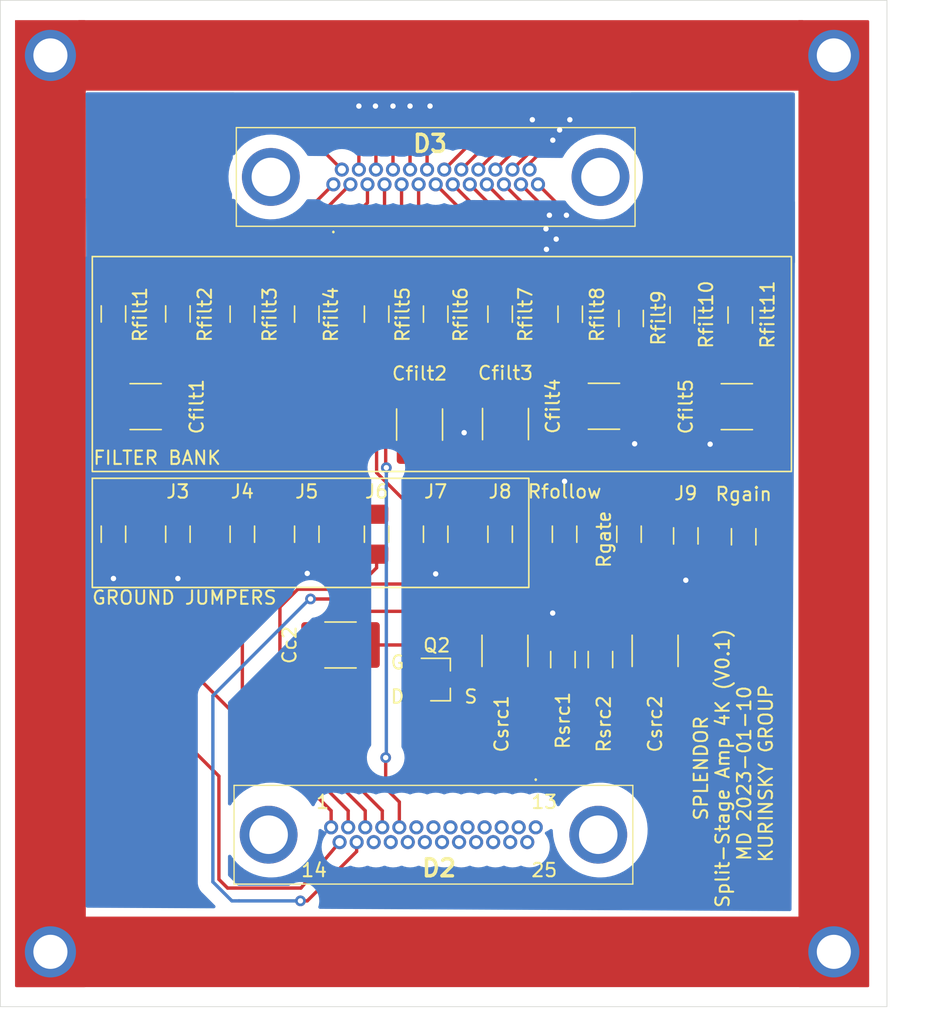
<source format=kicad_pcb>
(kicad_pcb (version 20211014) (generator pcbnew)

  (general
    (thickness 1.6)
  )

  (paper "A4")
  (title_block
    (title "Split-stage HEMT amplifier 4K board")
    (date "2022-09-07")
    (rev "1.0")
  )

  (layers
    (0 "F.Cu" signal)
    (31 "B.Cu" signal)
    (32 "B.Adhes" user "B.Adhesive")
    (33 "F.Adhes" user "F.Adhesive")
    (34 "B.Paste" user)
    (35 "F.Paste" user)
    (36 "B.SilkS" user "B.Silkscreen")
    (37 "F.SilkS" user "F.Silkscreen")
    (38 "B.Mask" user)
    (39 "F.Mask" user)
    (40 "Dwgs.User" user "User.Drawings")
    (41 "Cmts.User" user "User.Comments")
    (42 "Eco1.User" user "User.Eco1")
    (43 "Eco2.User" user "User.Eco2")
    (44 "Edge.Cuts" user)
    (45 "Margin" user)
    (46 "B.CrtYd" user "B.Courtyard")
    (47 "F.CrtYd" user "F.Courtyard")
    (48 "B.Fab" user)
    (49 "F.Fab" user)
    (50 "User.1" user)
    (51 "User.2" user)
    (52 "User.3" user)
    (53 "User.4" user)
    (54 "User.5" user)
    (55 "User.6" user)
    (56 "User.7" user)
    (57 "User.8" user)
    (58 "User.9" user)
  )

  (setup
    (stackup
      (layer "F.SilkS" (type "Top Silk Screen"))
      (layer "F.Paste" (type "Top Solder Paste"))
      (layer "F.Mask" (type "Top Solder Mask") (thickness 0.01))
      (layer "F.Cu" (type "copper") (thickness 0.035))
      (layer "dielectric 1" (type "core") (thickness 1.51) (material "FR4") (epsilon_r 4.5) (loss_tangent 0.02))
      (layer "B.Cu" (type "copper") (thickness 0.035))
      (layer "B.Mask" (type "Bottom Solder Mask") (thickness 0.01))
      (layer "B.Paste" (type "Bottom Solder Paste"))
      (layer "B.SilkS" (type "Bottom Silk Screen"))
      (copper_finish "None")
      (dielectric_constraints no)
    )
    (pad_to_mask_clearance 0)
    (pcbplotparams
      (layerselection 0x00010fc_ffffffff)
      (disableapertmacros false)
      (usegerberextensions false)
      (usegerberattributes true)
      (usegerberadvancedattributes true)
      (creategerberjobfile true)
      (svguseinch false)
      (svgprecision 6)
      (excludeedgelayer true)
      (plotframeref false)
      (viasonmask false)
      (mode 1)
      (useauxorigin false)
      (hpglpennumber 1)
      (hpglpenspeed 20)
      (hpglpendiameter 15.000000)
      (dxfpolygonmode true)
      (dxfimperialunits true)
      (dxfusepcbnewfont true)
      (psnegative false)
      (psa4output false)
      (plotreference true)
      (plotvalue true)
      (plotinvisibletext false)
      (sketchpadsonfab false)
      (subtractmaskfromsilk false)
      (outputformat 1)
      (mirror false)
      (drillshape 0)
      (scaleselection 1)
      (outputdirectory "")
    )
  )

  (net 0 "")
  (net 1 "GND")
  (net 2 "1")
  (net 3 "14")
  (net 4 "21")
  (net 5 "20")
  (net 6 "17")
  (net 7 "GNDF")
  (net 8 "SOURCE")
  (net 9 "DRAIN")
  (net 10 "GATE")
  (net 11 "7")
  (net 12 "8")
  (net 13 "c")
  (net 14 "d")
  (net 15 "2")
  (net 16 "3")
  (net 17 "4m")
  (net 18 "e")
  (net 19 "g")

  (footprint "Capacitor_SMD:C_1812_4532Metric_Pad1.57x3.40mm_HandSolder" (layer "F.Cu") (at 71.12 87.376 180))

  (footprint "MyFootprintLibrary:SOT-23-Handsolder" (layer "F.Cu") (at 58.92 107.726))

  (footprint (layer "F.Cu") (at 29.892 129.520401))

  (footprint "Resistor_SMD:R_1206_3216Metric_Pad1.42x1.75mm_HandSolder" (layer "F.Cu") (at 70.858 106.2385 90))

  (footprint "Resistor_SMD:R_1206_3216Metric_Pad1.42x1.75mm_HandSolder" (layer "F.Cu") (at 68.186856 96.901599 90))

  (footprint "MyFootprintLibrary:0p1 inch mounting hole" (layer "F.Cu") (at 29.362144 61.340401))

  (footprint "Capacitor_SMD:C_1812_4532Metric_Pad1.57x3.40mm_HandSolder" (layer "F.Cu") (at 81.018 87.406 180))

  (footprint "Capacitor_SMD:C_1812_4532Metric_Pad1.57x3.40mm_HandSolder" (layer "F.Cu") (at 63.786856 88.701599 90))

  (footprint "Resistor_SMD:R_1206_3216Metric_Pad1.42x1.75mm_HandSolder" (layer "F.Cu") (at 34.586856 96.901599 90))

  (footprint "KiCad:380025213L001" (layer "F.Cu") (at 58.586856 70.201599 180))

  (footprint "Resistor_SMD:R_1206_3216Metric_Pad1.42x1.75mm_HandSolder" (layer "F.Cu") (at 44.186856 96.901599 90))

  (footprint "Resistor_SMD:R_1206_3216Metric_Pad1.42x1.75mm_HandSolder" (layer "F.Cu") (at 48.986856 96.901599 90))

  (footprint "Connector_Dsub:mdm25-male-footprint" (layer "F.Cu") (at 58.42 119.38))

  (footprint "Capacitor_SMD:C_1812_4532Metric_Pad1.57x3.40mm_HandSolder" (layer "F.Cu") (at 57.386856 88.739099 90))

  (footprint "Resistor_SMD:R_1206_3216Metric_Pad1.42x1.75mm_HandSolder" (layer "F.Cu") (at 58.586856 80.514099 90))

  (footprint "Capacitor_SMD:C_1812_4532Metric_Pad1.57x3.40mm_HandSolder" (layer "F.Cu") (at 36.986856 87.401599))

  (footprint "Resistor_SMD:R_1206_3216Metric_Pad1.42x1.75mm_HandSolder" (layer "F.Cu") (at 72.986856 96.901599 90))

  (footprint "Resistor_SMD:R_1206_3216Metric_Pad1.42x1.75mm_HandSolder" (layer "F.Cu") (at 77.2165 97.03 90))

  (footprint "Capacitor_SMD:C_1812_4532Metric_Pad1.57x3.40mm_HandSolder" (layer "F.Cu") (at 74.93 105.5885 90))

  (footprint (layer "F.Cu") (at 95.242 133.126))

  (footprint "Resistor_SMD:R_1206_3216Metric_Pad1.42x1.75mm_HandSolder" (layer "F.Cu") (at 73.144 80.8385 90))

  (footprint "Resistor_SMD:R_1206_3216Metric_Pad1.42x1.75mm_HandSolder" (layer "F.Cu") (at 68.064 106.2385 -90))

  (footprint "Resistor_SMD:R_1206_3216Metric_Pad1.42x1.75mm_HandSolder" (layer "F.Cu") (at 68.6065 80.5185 90))

  (footprint "Resistor_SMD:R_1206_3216Metric_Pad1.42x1.75mm_HandSolder" (layer "F.Cu") (at 39.386856 96.901599 90))

  (footprint "Resistor_SMD:R_1206_3216Metric_Pad1.42x1.75mm_HandSolder" (layer "F.Cu") (at 54.186856 80.514099 90))

  (footprint "MyFootprintLibrary:0p1 inch mounting hole" (layer "F.Cu") (at 89.092 60.301))

  (footprint "Resistor_SMD:R_1206_3216Metric_Pad1.42x1.75mm_HandSolder" (layer "F.Cu") (at 81.272 80.5845 90))

  (footprint "Resistor_SMD:R_1206_3216Metric_Pad1.42x1.75mm_HandSolder" (layer "F.Cu") (at 48.986856 80.514099 90))

  (footprint "Resistor_SMD:R_1206_3216Metric_Pad1.42x1.75mm_HandSolder" (layer "F.Cu") (at 63.386856 80.514099 90))

  (footprint "Resistor_SMD:R_1206_3216Metric_Pad1.42x1.75mm_HandSolder" (layer "F.Cu") (at 58.586856 96.901599 90))

  (footprint "Resistor_SMD:R_1206_3216Metric_Pad1.42x1.75mm_HandSolder" (layer "F.Cu") (at 76.954 80.5845 90))

  (footprint "Capacitor_SMD:C_1812_4532Metric_Pad1.57x3.40mm_HandSolder" (layer "F.Cu") (at 51.499356 105.151599 180))

  (footprint "Resistor_SMD:R_1206_3216Metric_Pad1.42x1.75mm_HandSolder" (layer "F.Cu") (at 39.386856 80.501599 90))

  (footprint "Capacitor_SMD:C_1812_4532Metric_Pad1.57x3.40mm_HandSolder" (layer "F.Cu") (at 63.746 105.5885 -90))

  (footprint "Resistor_SMD:R_1206_3216Metric_Pad1.42x1.75mm_HandSolder" (layer "F.Cu") (at 54.186856 96.901599 90))

  (footprint "Resistor_SMD:R_1206_3216Metric_Pad1.42x1.75mm_HandSolder" (layer "F.Cu") (at 63.386856 96.901599 90))

  (footprint "Resistor_SMD:R_1206_3216Metric_Pad1.42x1.75mm_HandSolder" (layer "F.Cu") (at 81.526 97.0945 90))

  (footprint "Resistor_SMD:R_1206_3216Metric_Pad1.42x1.75mm_HandSolder" (layer "F.Cu") (at 44.186856 80.514099 90))

  (footprint "Resistor_SMD:R_1206_3216Metric_Pad1.42x1.75mm_HandSolder" (layer "F.Cu") (at 34.586856 80.501599 90))

  (gr_rect (start 32.032 125.476) (end 85.852 130.526) (layer "F.Cu") (width 0.2) (fill solid) (tstamp 3d05fe24-ad28-47e3-8b09-a8234be4d497))
  (gr_rect (start 32.082 58.726) (end 85.902 63.776) (layer "F.Cu") (width 0.2) (fill solid) (tstamp 53f6a476-1e3b-483a-bbb7-b1d25e3d137b))
  (gr_rect (start 85.707 58.726) (end 90.777 130.536) (layer "F.Cu") (width 0.2) (fill solid) (tstamp 9690ca11-7c37-4bcc-9d7b-6b3305ad660b))
  (gr_rect (start 27.357 58.726) (end 32.427 130.536) (layer "F.Cu") (width 0.2) (fill solid) (tstamp d8188000-e612-4c43-ba5f-71911bcb9692))
  (gr_rect (start 33.012 76.23) (end 85.082 92.232) (layer "F.SilkS") (width 0.12) (fill none) (tstamp 804783c6-225c-49d5-bc29-992daff7c34f))
  (gr_rect (start 33.012 92.74) (end 65.524 100.868) (layer "F.SilkS") (width 0.12) (fill none) (tstamp a8cb41b5-f1c8-4aca-8c76-ad9a3fc1fd7f))
  (gr_rect (start 26.162 57.15) (end 92.202 132.08) (layer "Edge.Cuts") (width 0.05) (fill none) (tstamp 40d5927a-cac8-4cc3-905f-120984fdd923))
  (gr_text "FILTER BANK" (at 37.838 91.216) (layer "F.SilkS") (tstamp 4a9bffe7-357b-463e-bedc-30858a11d131)
    (effects (font (size 1 1) (thickness 0.15)))
  )
  (gr_text "S" (at 61.206 108.996) (layer "F.SilkS") (tstamp 4cb06069-bc80-4ed6-b669-da686f1ffe98)
    (effects (font (size 1 1) (thickness 0.15)))
  )
  (gr_text "SPLENDOR\nSplit-Stage Amp 4K (V0.1)\nMD 2023-01-10 \nKURINSKY GROUP " (at 80.764 114.33 90) (layer "F.SilkS") (tstamp 4cf40af1-2d99-461a-a6e8-d3be94b80ccb)
    (effects (font (size 1 1) (thickness 0.15)))
  )

  (segment (start 44.186856 90.431144) (end 44.186856 90.570856) (width 0.25) (layer "F.Cu") (net 0) (tstamp 0006a1c8-540f-4877-b169-e1f075b399b3))
  (segment (start 56.046856 73.561599) (end 58.586856 76.101599) (width 0.25) (layer "F.Cu") (net 0) (tstamp 00943cdd-a26d-4f96-a2b8-271016423013))
  (segment (start 38.936856 91.101599) (end 37.536856 92.501599) (width 0.25) (layer "F.Cu") (net 0) (tstamp 0391e77e-8352-4009-861b-df5405770c3f))
  (segment (start 39.386856 93.281144) (end 42.236856 90.431144) (width 0.25) (layer "F.Cu") (net 0) (tstamp 03bcdf06-66e0-416b-a4cd-a495b920ff84))
  (segment (start 54.186856 99.401599) (end 52.586856 101.001599) (width 0.25) (layer "F.Cu") (net 0) (tstamp 09c28a0c-ec75-41d3-bc14-4c97292abab9))
  (segment (start 52.586856 101.001599) (end 48.314064 101.001599) (width 0.25) (layer "F.Cu") (net 0) (tstamp 0cb32625-c13f-4e51-94a7-20d0dad172f6))
  (segment (start 58.586856 76.101599) (end 58.586856 79.026599) (width 0.25) (layer "F.Cu") (net 0) (tstamp 0ff2951b-4712-4143-b4a1-512bfde460a6))
  (segment (start 48.314064 101.001599) (end 46.986856 102.328807) (width 0.25) (layer "F.Cu") (net 0) (tstamp 1686ad62-bb3c-4205-9f4e-ceaf22d74273))
  (segment (start 56.046856 70.851599) (end 56.046856 73.561599) (width 0.25) (layer "F.Cu") (net 0) (tstamp 30c1c7c0-5f2d-4ae3-9747-b43711d8d436))
  (segment (start 52.07 117.494743) (end 52.07 118.73) (width 0.25) (layer "F.Cu") (net 0) (tstamp 3fa0dc4f-2c93-4f31-9e33-1ab7cd72c84a))
  (segment (start 83.304 87.406) (end 83.304 93.829) (width 0.25) (layer "F.Cu") (net 0) (tstamp 6316c847-2b18-4100-9e58-508d653bcc7f))
  (segment (start 54.186856 98.389099) (end 54.186856 99.401599) (width 0.25) (layer "F.Cu") (net 0) (tstamp 6ecd0905-5914-4444-8c75-848029152de6))
  (segment (start 44.186856 86.165203) (end 44.186856 90.431144) (width 0.25) (layer "F.Cu") (net 0) (tstamp 74456a23-bd92-4792-a88c-229e58576415))
  (segment (start 54.186856 95.414099) (end 48.986856 90.214099) (width 0.25) (layer "F.Cu") (net 0) (tstamp 77cc2f87-7393-4184-9103-568149e22e3b))
  (segment (start 39.386856 95.414099) (end 39.386856 93.281144) (width 0.25) (layer "F.Cu") (net 0) (tstamp 7d659df6-9410-4fd9-89c1-2b2430243866))
  (segment (start 46.986856 111.141599) (end 53.34 117.494743) (width 0.25) (layer "F.Cu") (net 0) (tstamp 88ac11bb-7db0-48ec-8bb2-c216808b5886))
  (segment (start 53.34 117.494743) (end 53.34 118.73) (width 0.25) (layer "F.Cu") (net 0) (tstamp 899f1df0-4e27-4c16-85ce-5813cb14a4f8))
  (segment (start 39.386856 87.139099) (end 39.124356 87.401599) (width 0.25) (layer "F.Cu") (net 0) (tstamp 8fb41b7e-fa44-43ee-b566-0dd3b4445137))
  (segment (start 57.280099 95.414099) (end 54.186856 92.320856) (width 0.25) (layer "F.Cu") (net 0) (tstamp 9816bc71-fcb2-44f8-8f6a-1cb1075da0a5))
  (segment (start 37.536856 104.231599) (end 50.8 117.494743) (width 0.25) (layer "F.Cu") (net 0) (tstamp 9950ae43-6e5f-4e7c-88cc-3f3f56582a16))
  (segment (start 48.986856 89.901599) (end 48.986856 92.401599) (width 0.25) (layer "F.Cu") (net 0) (tstamp 9994b014-635d-46ff-9a45-86a820ddba01))
  (segment (start 39.124356 87.401599) (end 38.936856 87.589099) (width 0.25) (layer "F.Cu") (net 0) (tstamp 9d0043d7-0fc3-44e7-9df1-01941fefcb28))
  (segment (start 57.316856 70.851599) (end 57.316856 72.956599) (width 0.25) (layer "F.Cu") (net 0) (tstamp a0fa90f6-cf33-4263-bfda-01523cffc0b8))
  (segment (start 54.776856 78.436599) (end 54.186856 79.026599) (width 0.25) (layer "F.Cu") (net 0) (tstamp a7569e17-c5c2-40bf-a976-75db4a2fb454))
  (segment (start 83.304 93.829) (end 81.526 95.607) (width 0.25) (layer "F.Cu") (net 0) (tstamp ad3c5b95-4a95-44ae-aef1-96e98a6483f6))
  (segment (start 57.316856 72.956599) (end 63.386856 79.026599) (width 0.25) (layer "F.Cu") (net 0) (tstamp aee01791-242b-49b2-a085-8f7176290a1b))
  (segment (start 42.236856 90.431144) (end 44.186856 90.431144) (width 0.25) (layer "F.Cu") (net 0) (tstamp b077952f-8ae3-457c-85d7-f95c48920197))
  (segment (start 59.123683 95.414099) (end 63.386856 95.414099) (width 0.25) (layer "F.Cu") (net 0) (tstamp bb63bfad-27e4-48ec-8d9e-89e6e53f83bf))
  (segment (start 38.936856 87.589099) (end 38.936856 91.101599) (width 0.25) (layer "F.Cu") (net 0) (tstamp bdd6723c-88d9-41ee-9c7b-d8a7a103568f))
  (segment (start 50.8 117.494743) (end 50.8 118.73) (width 0.25) (layer "F.Cu") (net 0) (tstamp be2748ca-0204-4f7a-be84-160fdaef053d))
  (segment (start 37.536856 92.501599) (end 37.536856 104.231599) (width 0.25) (layer "F.Cu") (net 0) (tstamp be5e6553-32f5-4ac1-9ae1-bfa1c69bb6c0))
  (segment (start 46.986856 102.328807) (end 46.986856 111.141599) (width 0.25) (layer "F.Cu") (net 0) (tstamp c46304cd-43c7-48c2-a31a-9de52d48b762))
  (segment (start 44.186856 98.389099) (end 44.186856 109.611599) (width 0.25) (layer "F.Cu") (net 0) (tstamp d3ea815a-be83-49a3-97cc-4fb19d6b87bf))
  (segment (start 54.186856 92.320856) (end 54.186856 82.001599) (width 0.25) (layer "F.Cu") (net 0) (tstamp d702c879-451d-4f43-be48-aa65b865e2d4))
  (segment (start 81.272 85.374) (end 83.304 87.406) (width 0.25) (layer "F.Cu") (net 0) (tstamp dc822d42-afb3-4e5f-a6a4-127067bef8d6))
  (segment (start 58.586856 95.414099) (end 57.280099 95.414099) (width 0.25) (layer "F.Cu") (net 0) (tstamp df782514-a471-4b50-bca0-cdb7d00b2a74))
  (segment (start 44.186856 90.570856) (end 44.186856 95.414099) (width 0.25) (layer "F.Cu") (net 0) (tstamp e6e0ab31-4a33-4278-b7ff-52923b1e3231))
  (segment (start 48.986856 90.214099) (end 48.986856 89.901599) (width 0.25) (layer "F.Cu") (net 0) (tstamp e70415ab-bcd2-41e3-8721-7c7a55e3f450))
  (segment (start 81.272 82.072) (end 81.272 85.374) (width 0.25) (layer "F.Cu") (net 0) (tstamp f17fb446-adc6-4bd7-a182-52892a8fceff))
  (segment (start 44.186856 82.001599) (end 44.186856 86.165203) (width 0.25) (layer "F.Cu") (net 0) (tstamp f50fb918-7267-4716-bd32-9af826c00430))
  (segment (start 44.186856 109.611599) (end 52.07 117.494743) (width 0.25) (layer "F.Cu") (net 0) (tstamp f9a76521-a824-4c27-a52d-5c14d74546d9))
  (segment (start 48.986856 82.001599) (end 48.986856 89.901599) (width 0.25) (layer "F.Cu") (net 0) (tstamp fa24eaed-cb78-464b-9aec-9f243f0b67e7))
  (segment (start 54.776856 70.851599) (end 54.776856 78.436599) (width 0.25) (layer "F.Cu") (net 0) (tstamp fc4f8d13-fed8-4bdb-8e47-8ec5b8a2158f))
  (segment (start 48.986856 92.401599) (end 48.986856 95.414099) (width 0.25) (layer "F.Cu") (net 0) (tstamp fd3d21d5-d180-4779-b160-ea1e80b61259))
  (segment (start 39.386856 81.989099) (end 39.386856 87.139099) (width 0.25) (layer "F.Cu") (net 0) (tstamp feb18e37-8737-4a68-afd7-d20b50f88b1c))
  (segment (start 67.302 102.913) (end 66.764 103.451) (width 0.25) (layer "F.Cu") (net 1) (tstamp 004f37f6-d6ef-4765-84f9-2e70e139e0df))
  (segment (start 56.676856 69.751599) (end 56.676856 65.024) (width 0.25) (layer "F.Cu") (net 1) (tstamp 0d882a48-4c3e-4db8-aa92-1218823c0e15))
  (segment (start 73.144 87.2625) (end 73.2575 87.376) (width 0.25) (layer "F.Cu") (net 1) (tstamp 0de91932-9246-4c31-9293-9ae8b3877779))
  (segment (start 67.818 66.802) (end 67.256455 66.802) (width 0.25) (layer "F.Cu") (net 1) (tstamp 1daeb692-de04-405a-8790-d5be8615b62d))
  (segment (start 65.576856 69.297144) (end 65.576856 69.751599) (width 0.25) (layer "F.Cu") (net 1) (tstamp 25baf0a2-a608-4750-aa03-e7938aa0b61f))
  (segment (start 49.022 99.822) (end 49.022 98.424243) (width 0.25) (layer "F.Cu") (net 1) (tstamp 2878caad-5627-4b9f-9eb5-651d6530cfb1))
  (segment (start 66.802 73.986743) (end 63.666856 70.851599) (width 0.25) (layer "F.Cu") (net 1) (tstamp 29f20d9a-0836-44f6-a6d6-21de1ac65117))
  (segment (start 65.786 66.04) (end 65.478455 66.04) (width 0.25) (layer "F.Cu") (net 1) (tstamp 42f44520-ae0e-4b9a-bdf2-0d1f90a9c90c))
  (segment (start 73.406 89.916) (end 73.4405 89.9505) (width 0.25) (layer "F.Cu") (net 1) (tstamp 46e62a72-7eac-449d-b1b2-0ca8f1bd0597))
  (segment (start 68.58 66.04) (end 66.748455 66.04) (width 0.25) (layer "F.Cu") (net 1) (tstamp 46f0ebd7-a799-4512-be11-9e9d3e7dd743))
  (segment (start 65.478455 66.04) (end 61.766856 69.751599) (width 0.25) (layer "F.Cu") (net 1) (tstamp 49d1425f-71b3-4739-a13e-3d46c5e1932c))
  (segment (start 68.326 72.970743) (end 66.206856 70.851599) (width 0.25) (layer "F.Cu") (net 1) (tstamp 4eebcf6a-8c7c-4830-9629-0892ecb34a5c))
  (segment (start 79.029 87.406) (end 79.029 90.2) (width 0.25) (layer "F.Cu") (net 1) (tstamp 5132bacd-2088-4334-84fa-0b7c93f7b260))
  (segment (start 65.967257 75.692) (end 61.126856 70.851599) (width 0.25) (layer "F.Cu") (net 1) (tstamp 56ed5b71-b234-4d45-8db8-c68aa3a8f360))
  (segment (start 67.056 73.152) (end 67.056 72.970743) (width 0.25) (layer "F.Cu") (net 1) (tstamp 597d0f26-dd0b-47a3-899d-3ff5a38cafc1))
  (segment (start 52.866856 69.751599) (end 52.866856 65.024) (width 0.25) (layer "F.Cu") (net 1) (tstamp 5ecb2313-fa2d-4fec-924e-425928c4ebf8))
  (segment (start 67.31 67.564) (end 65.576856 69.297144) (width 0.25) (layer "F.Cu") (net 1) (tstamp 6059d567-7c3f-4453-8584-8cf45d59ce3d))
  (segment (start 73.144 82.326) (end 73.144 87.2625) (width 0.25) (layer "F.Cu") (net 1) (tstamp 6154deb2-3320-4033-a2cb-069adba6ba7f))
  (segment (start 68.326 73.152) (end 68.326 72.970743) (width 0.25) (layer "F.Cu") (net 1) (tstamp 66b56333-99f8-4d14-9d76-060923137735))
  (segment (start 66.802 74.168) (end 66.802 73.986743) (width 0.25) (layer "F.Cu") (net 1) (tstamp 6998a793-6d4d-4250-926c-809c0ecd8d2b))
  (segment (start 66.475257 74.93) (end 62.396856 70.851599) (width 0.25) (layer "F.Cu") (net 1) (tstamp 6b8d058b-6223-49e9-aba9-8ba8c76b48be))
  (segment (start 66.764 103.451) (end 68.064 104.751) (width 0.25) (layer "F.Cu") (net 1) (tstamp 7fe561db-54d0-4696-a925-ed564d19268d))
  (segment (start 77.2165 98.5175) (end 77.2165 100.33) (width 0.25) (layer "F.Cu") (net 1) (tstamp 878cb9fd-6a9f-4181-b884-71b28dd9ec68))
  (segment (start 54.136856 65.058856) (end 54.136856 69.751599) (width 0.25) (layer "F.Cu") (net 1) (tstamp 8cec5b63-f93e-4b99-952a-260cd4cd5885))
  (segment (start 34.586856 98.389099) (end 34.586856 100.201599) (width 0.25) (layer "F.Cu") (net 1) (tstamp 8e285c30-60bb-401f-acad-9db5404dbb12))
  (segment (start 73.406 87.148) (end 73.406 89.916) (width 0.25) (layer "F.Cu") (net 1) (tstamp 90c4caad-4c7b-433f-9300-bcccefb58e06))
  (segment (start 49.022 98.424243) (end 48.986856 98.389099) (width 0.25) (layer "F.Cu") (net 1) (tstamp 92ef12c4-ce8e-453d-a92c-3c5bf480eaf1))
  (segment (start 54.102 65.024) (end 54.136856 65.058856) (width 0.25) (layer "F.Cu") (net 1) (tstamp 9467a755-b1cc-44a0-ab47-9a94a8c02c5f))
  (segment (start 57.946856 65.243144) (end 58.166 65.024) (width 0.25) (layer "F.Cu") (net 1) (tstamp ad549581-9aa4-4600-91c5-e23a43ca74d8))
  (segment (start 39.386856 98.389099) (end 39.386856 100.201599) (width 0.25) (layer "F.Cu") (net 1) (tstamp b2901c30-b92c-4285-a541-fd02ab372970))
  (segment (start 58.586856 98.045349) (end 58.586856 99.857849) (width 0.25) (layer "F.Cu") (net 1) (tstamp bd445fc6-0719-4dc0-bfd6-59054615edab))
  (segment (start 67.256455 66.802) (end 64.306856 69.751599) (width 0.25) (layer "F.Cu") (net 1) (tstamp cc94c298-ce6a-48c3-8020-d453fd2c490b))
  (segment (start 66.748455 66.04) (end 63.036856 69.751599) (width 0.25) (layer "F.Cu") (net 1) (tstamp d382e106-1d64-476b-9fc4-b7e7cc3addaf))
  (segment (start 55.406856 69.751599) (end 55.406856 65.024) (width 0.25) (layer "F.Cu") (net 1) (tstamp dd0a2627-df73-4776-a2b0-165d52559845))
  (segment (start 66.836856 75.692) (end 65.967257 75.692) (width 0.25) (layer "F.Cu") (net 1) (tstamp e1e3311a-89be-4ef9-82ca-3643dca8dc5a))
  (segment (start 67.302 102.776099) (end 67.302 102.913) (width 0.25) (layer "F.Cu") (net 1) (tstamp e69e31bf-a542-49d4-ad97-c251fb477128))
  (segment (start 57.946856 69.751599) (end 57.946856 65.243144) (width 0.25) (layer "F.Cu") (net 1) (tstamp e7e34254-6da3-4cdf-98dc-d3026feb9158))
  (segment (start 63.746 103.451) (end 66.764 103.451) (width 0.25) (layer "F.Cu") (net 1) (tstamp ea87ce54-c272-4a44-8e9c-5b9f981cec54))
  (segment (start 67.056 72.970743) (end 64.936856 70.851599) (width 0.25) (layer "F.Cu") (net 1) (tstamp f5d45bbe-3d09-463c-82a9-2d92279e0535))
  (segment (start 67.564 74.93) (end 66.475257 74.93) (width 0.25) (layer "F.Cu") (net 1) (tstamp fc3f1ce6-21c3-4616-9e28-a529dedc432f))
  (segment (start 68.186856 92.964) (end 68.186856 95.414099) (width 0.25) (layer "F.Cu") (net 1) (tstamp ffe1b553-dd22-47ed-bbe8-7a128c07161a))
  (via (at 65.786 66.04) (size 0.8) (drill 0.4) (layers "F.Cu" "B.Cu") (free) (net 1) (tstamp 1df98aad-6bed-443b-a030-4b58afa46e7a))
  (via (at 68.58 66.04) (size 0.8) (drill 0.4) (layers "F.Cu" "B.Cu") (free) (net 1) (tstamp 1f0e221a-c7ac-4efd-a920-3b01dec9141d))
  (via (at 77.2165 100.33) (size 0.8) (drill 0.4) (layers "F.Cu" "B.Cu") (free) (net 1) (tstamp 214d10ea-2747-4bef-8654-c18fd28cbec6))
  (via (at 60.706 89.343879) (size 0.8) (drill 0.4) (layers "F.Cu" "B.Cu") (free) (net 1) (tstamp 288151a9-8af6-4414-8417-e9c55170bdc0))
  (via (at 34.586856 100.201599) (size 0.8) (drill 0.4) (layers "F.Cu" "B.Cu") (free) (net 1) (tstamp 28ffbac0-6788-4d80-a02c-ed937c326f9f))
  (via (at 58.166 65.024) (size 0.8) (drill 0.4) (layers "F.Cu" "B.Cu") (free) (net 1) (tstamp 2e37f933-50cd-4451-b5d5-5ee2ec3930f6))
  (via (at 56.676856 65.024) (size 0.8) (drill 0.4) (layers "F.Cu" "B.Cu") (free) (net 1) (tstamp 37fe160f-0c99-4004-82ae-1c64e865c6f0))
  (via (at 68.186856 92.964) (size 0.8) (drill 0.4) (layers "F.Cu" "B.Cu") (free) (net 1) (tstamp 3e7e0dc9-9249-474c-b56c-4ce5e9336f45))
  (via (at 67.564 74.93) (size 0.8) (drill 0.4) (layers "F.Cu" "B.Cu") (free) (net 1) (tstamp 438da958-f5e9-4400-a639-91c04bbbdd81))
  (via (at 39.386856 100.201599) (size 0.8) (drill 0.4) (layers "F.Cu" "B.Cu") (free) (net 1) (tstamp 51964dea-1fe3-4b7f-89db-455d3abc9ed3))
  (via (at 54.102 65.024) (size 0.8) (drill 0.4) (layers "F.Cu" "B.Cu") (free) (net 1) (tstamp 638e9589-d0fc-46f7-a9ce-e0e711197dc2))
  (via (at 73.406 90.17) (size 0.8) (drill 0.4) (layers "F.Cu" "B.Cu") (free) (net 1) (tstamp 6f5bca36-b8b6-4b00-a051-0f55b24f49c0))
  (via (at 68.326 73.152) (size 0.8) (drill 0.4) (layers "F.Cu" "B.Cu") (free) (net 1) (tstamp 7ca7395d-8fd1-4763-a716-16b2db5b28d5))
  (via (at 52.866856 65.024) (size 0.8) (drill 0.4) (layers "F.Cu" "B.Cu") (free) (net 1) (tstamp 863f1dc5-0ca8-44b4-9b0b-9785bf5caa6b))
  (via (at 67.31 67.564) (size 0.8) (drill 0.4) (layers "F.Cu" "B.Cu") (free) (net 1) (tstamp 896ca1ff-8bb2-4588-a59c-7c7645bd1442))
  (via (at 67.056 73.152) (size 0.8) (drill 0.4) (layers "F.Cu" "B.Cu") (free) (net 1) (tstamp 8ff50fdf-539b-4e46-9cdd-930bfd971c12))
  (via (at 55.406856 65.024) (size 0.8) (drill 0.4) (layers "F.Cu" "B.Cu") (free) (net 1) (tstamp 95a5c823-6364-4313-92c8-6c984bd8bdce))
  (via (at 58.586856 99.857849) (size 0.8) (drill 0.4) (layers "F.Cu" "B.Cu") (free) (net 1) (tstamp cfda6118-80aa-41b2-bcdf-9f50b34725bf))
  (via (at 66.836856 75.692) (size 0.8) (drill 0.4) (layers "F.Cu" "B.Cu") (free) (net 1) (tstamp dd5743c3-5021-4059-a03d-3c76c91b63f0))
  (via (at 49.022 99.822) (size 0.8) (drill 0.4) (layers "F.Cu" "B.Cu") (free) (net 1) (tstamp ea346e0b-cc58-4133-b728-0b3d3bd2adf9))
  (via (at 67.302 102.776099) (size 0.8) (drill 0.4) (layers "F.Cu" "B.Cu") (net 1) (tstamp edffe297-d43b-41a4-9879-18aad280a345))
  (via (at 67.818 66.802) (size 0.8) (drill 0.4) (layers "F.Cu" "B.Cu") (free) (net 1) (tstamp ee5d14b0-a8a0-4ee0-920e-c0f67c93f9aa))
  (via (at 79.029 90.2) (size 0.8) (drill 0.4) (layers "F.Cu" "B.Cu") (free) (net 1) (tstamp fbcd2ad8-894b-4ee4-8e4d-3022015b4294))
  (via (at 66.802 74.168) (size 0.8) (drill 0.4) (layers "F.Cu" "B.Cu") (free) (net 1) (tstamp fe59d9a7-c47b-4c72-a3ec-ef40e24ce9e4))
  (segment (start 39.386856 79.014099) (end 39.386856 78.215144) (width 0.25) (layer "F.Cu") (net 2) (tstamp 25b1c569-f715-4941-8623-120d0a4e4240))
  (segment (start 44.856454 76.962) (end 40.64 76.962) (width 0.25) (layer "F.Cu") (net 2) (tstamp 2f419e3f-5e53-4cd6-8bfe-83c8c19fe8a8))
  (segment (start 49.225227 72.593227) (end 44.856454 76.962) (width 0.25) (layer "F.Cu") (net 2) (tstamp 72466612-3960-46af-8b67-0a6df4a87d0f))
  (segment (start 50.966856 70.851599) (end 49.225227 72.593227) (width 0.25) (layer "F.Cu") (net 2) (tstamp 734aab5d-dba0-4048-9d8a-573eb3d6ca79))
  (segment (start 39.386856 78.215144) (end 40.64 76.962) (width 0.25) (layer "F.Cu") (net 2) (tstamp b79700fc-c04a-41ee-97fa-ce63d77707c4))
  (segment (start 48.393257 66.548) (end 43.688 66.548) (width 0.25) (layer "F.Cu") (net 3) (tstamp 61bbf044-4115-435c-bc8f-be6fefea4d69))
  (segment (start 34.586856 75.649144) (end 34.586856 79.014099) (width 0.25) (layer "F.Cu") (net 3) (tstamp 7af064fe-c923-4c5a-a1e5-928edbe26efa))
  (segment (start 43.688 66.548) (end 34.586856 75.649144) (width 0.25) (layer "F.Cu") (net 3) (tstamp c157c515-9c36-482a-a409-d066835a6634))
  (segment (start 51.596856 69.751599) (end 48.393257 66.548) (width 0.25) (layer "F.Cu") (net 3) (tstamp ea344dc1-aa1a-4b64-9b6a-1b165aa23d48))
  (segment (start 72.592 65.176) (end 74.792 67.376) (width 0.25) (layer "F.Cu") (net 4) (tstamp 10efb142-5bb9-4c5b-84f4-bfc73882ce7a))
  (segment (start 60.496856 69.751599) (end 65.072455 65.176) (width 0.25) (layer "F.Cu") (net 4) (tstamp 3e57efe4-0b86-4c18-a34b-bcd61fbf6b6e))
  (segment (start 65.072455 65.176) (end 72.592 65.176) (width 0.25) (layer "F.Cu") (net 4) (tstamp 9c190986-eec0-4f8e-8447-b3f59239433b))
  (segment (start 74.792 67.376) (end 74.792 75.852) (width 0.25) (layer "F.Cu") (net 4) (tstamp a380b321-521f-4e8a-b27a-895df0bde750))
  (segment (start 74.792 75.852) (end 77.208 78.268) (width 0.25) (layer "F.Cu") (net 4) (tstamp d8b964a3-2ef1-4753-bcda-b0e0fa8f7681))
  (segment (start 59.226856 69.751599) (end 64.252455 64.726) (width 0.25) (layer "F.Cu") (net 5) (tstamp 2211e0a7-e383-4be4-adc8-ac855b16c4e0))
  (segment (start 72.778396 64.726) (end 78.478 70.425604) (width 0.25) (layer "F.Cu") (net 5) (tstamp 22f3975d-fa7b-4fd9-99b4-e11fb243e83c))
  (segment (start 64.252455 64.726) (end 72.778396 64.726) (width 0.25) (layer "F.Cu") (net 5) (tstamp 7019a4a2-1480-42d2-ae6d-f532c52f87ed))
  (segment (start 78.478 70.425604) (end 78.478 76.303) (width 0.25) (layer "F.Cu") (net 5) (tstamp 74626ed9-eec8-4053-8ae4-40573eae1ed3))
  (segment (start 78.478 76.303) (end 81.272 79.097) (width 0.25) (layer "F.Cu") (net 5) (tstamp eb079f3c-16cd-4d4a-af6d-17feadac7603))
  (segment (start 72.42 107.726) (end 74.93 107.726) (width 0.25) (layer "F.Cu") (net 8) (tstamp 00ec4d40-6078-40be-9d3b-beac2f1259f8))
  (segment (start 66.286 107.726) (end 66.286 108.742) (width 0.25) (layer "F.Cu") (net 8) (tstamp 23c58cd8-0a00-4011-ae31-9bf45a433cec))
  (segment (start 71.852 109.504) (end 65.524 109.504) (width 0.25) (layer "F.Cu") (net 8) (tstamp 2415bbd8-0720-4367-b8e3-5ff130c746c2))
  (segment (start 66.286 107.726) (end 68.064 107.726) (width 0.25) (layer "F.Cu") (net 8) (tstamp 48ea84b2-0b1a-4212-9400-81421ece2e4c))
  (segment (start 61.968 109.504) (end 60.28 107.816) (width 0.25) (layer "F.Cu") (net 8) (tstamp 4d602828-d781-43e7-aa4f-d957e3f2cbd4))
  (segment (start 72.42 108.936) (end 71.852 109.504) (width 0.25) (layer "F.Cu") (net 8) (tstamp 4ec73323-a1f0-419c-bd21-795e5a71e276))
  (segment (start 70.858 107.726) (end 72.42 107.726) (width 0.25) (layer "F.Cu") (net 8) (tstamp 51b40450-8401-40cf-be22-b020fef46518))
  (segment (start 72.42 107.726) (end 72.42 108.936) (width 0.25) (layer "F.Cu") (net 8) (tstamp 5b9876e8-14ee-4c30-bcea-0b078c6e1199))
  (segment (start 66.286 108.742) (end 65.524 109.504) (width 0.25) (layer "F.Cu") (net 8) (tstamp 87badf64-0990-4d75-93ef-ffe699844c60))
  (segment (start 65.524 109.504) (end 61.968 109.504) (width 0.25) (layer "F.Cu") (net 8) (tstamp ea262eb4-464d-4ba4-95f2-84b0bccc4099))
  (segment (start 64.508 107.726) (end 66.286 107.726) (width 0.25) (layer "F.Cu") (net 8) (tstamp fc60ccc6-1f67-4d37-b6f6-06c269595871))
  (segment (start 60.28 107.816) (end 60.28 107.726) (width 0.25) (layer "F.Cu") (net 8) (tstamp ffe3a915-6b22-4a40-b7e1-5d3a3c73850c))
  (segment (start 79.24 99.852) (end 77.208 101.884) (width 0.25) (layer "F.Cu") (net 9) (tstamp 1380cbb7-5a6a-45dd-bf79-1a1a79b6105d))
  (segment (start 81.526 98.582) (end 80.51 98.582) (width 0.25) (layer "F.Cu") (net 9) (tstamp 14ced41e-f325-4fe3-ab81-a9114e1fa398))
  (segment (start 79.494 99.598) (end 79.24 99.852) (width 0.25) (layer "F.Cu") (net 9) (tstamp 1af033b3-5317-433f-aba3-1900640b0495))
  (segment (start 80.51 98.582) (end 79.24 99.852) (width 0.25) (layer "F.Cu") (net 9) (tstamp 2a43c17d-4af2-4a25-9ad8-d47751fd604f))
  (segment (start 79.494 93.756) (end 79.494 98.582) (width 0.25) (layer "F.Cu") (net 9) (tstamp 41c8d55f-034e-4d54-a969-3b765c9aab24))
  (segment (start 76.17 110.266) (end 59.174 110.266) (width 0.25) (layer "F.Cu") (net 9) (tstamp 4b1a7bf1-bc99-4188-8236-8c1cadd05a81))
  (segment (start 76.954 82.072) (end 76.954 91.216) (width 0.25) (layer "F.Cu") (net 9) (tstamp 4b2f0c18-af9a-44e3-903b-162241fae808))
  (segment (start 59.174 110.266) (end 58.412 109.504) (width 0.25) (layer "F.Cu") (net 9) (tstamp 6e9712ee-867a-40f3-9d6e-ead466367b9f))
  (segment (start 58.398 109.504) (end 57.57 108.676) (width 0.25) (layer "F.Cu") (net 9) (tstamp 70f027ac-92cb-43f4-bb4e-974ced2e13bd))
  (segment (start 76.954 91.216) (end 79.494 93.756) (width 0.25) (layer "F.Cu") (net 9) (tstamp 7ac952fb-2986-4cc0-a1c0-1437b76ce937))
  (segment (start 79.494 98.582) (end 79.494 99.598) (width 0.25) (layer "F.Cu") (net 9) (tstamp 82c6cae6-0876-42e2-9829-7d5cf2ee7a71))
  (segment (start 58.412 109.504) (end 58.398 109.504) (width 0.25) (layer "F.Cu") (net 9) (tstamp 839aecf0-f42b-4cb6-a06b-85b4e41b5242))
  (segment (start 77.208 109.228) (end 76.17 110.266) (width 0.25) (layer "F.Cu") (net 9) (tstamp cbe001d2-2adc-4d3e-a055-41c44d2d2b39))
  (segment (start 77.208 101.884) (end 77.208 109.228) (width 0.25) (layer "F.Cu") (net 9) (tstamp e0d34f39-dc01-4707-8ea0-66a7356cff31))
  (segment (start 69.524356 101.851599) (end 69.524356 101.864099) (width 0.25) (layer "F.Cu") (net 10) (tstamp 004a27e5-cdea-45aa-b46d-7d83dc230142))
  (segment (start 56.086856 105.151599) (end 53.836856 105.151599) (width 0.25) (layer "F.Cu") (net 10) (tstamp 075b0ffa-d2f2-45ae-b639-37ab1e85f3ac))
  (segment (start 69.524356 101.864099) (end 69.336856 102.051599) (width 0.25) (layer "F.Cu") (net 10) (tstamp 1c0182cd-02c7-4aca-ba49-0df80807a5cb))
  (segment (start 57.57 106.634743) (end 56.086856 105.151599) (width 0.25) (layer "F.Cu") (net 10) (tstamp 3970f6d4-7f0b-4f95-8820-37adcc8ddf24))
  (segment (start 57.57 106.776) (end 57.57 106.634743) (width 0.25) (layer "F.Cu") (net 10) (tstamp 57af3543-8f2f-41a9-91e2-c7942bbe988d))
  (segment (start 69.336856 102.051599) (end 59.186856 102.051599) (width 0.25) (layer "F.Cu") (net 10) (tstamp 6fe4989b-6db9-4982-a000-27555bf44914))
  (segment (start 59.186856 102.051599) (end 56.086856 105.151599) (width 0.25) (layer "F.Cu") (net 10) (tstamp b2ed2703-c1c5-4653-9a36-4c268002b5d8))
  (segment (start 72.986856 98.389099) (end 69.524356 101.851599) (width 0.25) (layer "F.Cu") (net 10) (tstamp d4d37403-bbc0-4c1f-894e-9dd778fcb55b))
  (segment (start 58.586856 70.851599) (end 66.766257 79.031) (width 0.25) (layer "F.Cu") (net 11) (tstamp 1b29cdc9-e923-4fbf-9dfb-3785515ea99a))
  (segment (start 66.766257 79.031) (end 68.6065 79.031) (width 0.25) (layer "F.Cu") (net 11) (tstamp fd222734-3496-4f8c-b32a-8a2b2fb59128))
  (segment (start 66.251257 77.246) (end 71.039 77.246) (width 0.25) (layer "F.Cu") (net 12) (tstamp 01941135-ba1b-43eb-afde-871730adcf35))
  (segment (start 71.039 77.246) (end 73.144 79.351) (width 0.25) (layer "F.Cu") (net 12) (tstamp 4f8697c3-6211-40cb-8aea-ce0c72347877))
  (segment (start 59.856856 70.851599) (end 66.251257 77.246) (width 0.25) (layer "F.Cu") (net 12) (tstamp baf22c9e-d92c-45a4-8d9f-ee2638df8116))
  (segment (start 75.311 94.869) (end 75.9845 95.5425) (width 0.25) (layer "F.Cu") (net 13) (tstamp 068b210f-c415-459b-97e2-20aff9bc3de6))
  (segment (start 75.303 103.078) (end 74.93 103.451) (width 0.25) (layer "F.Cu") (net 13) (tstamp 3145ca2f-d18e-4537-9e63-e13c7dd46481))
  (segment (start 73.547 100.465) (end 75.303 100.465) (width 0.25) (layer "F.Cu") (net 13) (tstamp 33bdea46-3ac8-4381-9fdf-dbbf00955b4d))
  (segment (start 75.303 100.973) (end 75.303 103.078) (width 0.25) (layer "F.Cu") (net 13) (tstamp 34d9fe8b-8d0a-40f8-b2eb-6e5c63daa3ea))
  (segment (start 68.6065 82.006) (end 68.6065 87) (width 0.25) (layer "F.Cu") (net 13) (tstamp 3cff160b-4160-4ae2-a928-3978d9e630d8))
  (segment (start 75.303 94.877) (end 75.303 100.973) (width 0.25) (layer "F.Cu") (net 13) (tstamp 4d8e1588-5527-4827-9de2-0b767f8816d8))
  (segment (start 70.858 103.154) (end 73.547 100.465) (width 0.25) (layer "F.Cu") (net 13) (tstamp 532f2df4-39e9-4b3e-acff-79785437a733))
  (segment (start 70.858 103.154) (end 70.858 104.751) (width 0.25) (layer "F.Cu") (net 13) (tstamp 63ff557a-0415-4083-b413-8a49091d6d7e))
  (segment (start 75.303 100.465) (end 75.303 100.973) (width 0.25) (layer "F.Cu") (net 13) (tstamp 6eca07d5-0224-4881-9037-2883577109cf))
  (segment (start 68.6065 88.1645) (end 75.311 94.869) (width 0.25) (layer "F.Cu") (net 13) (tstamp a97bb0ec-21af-4221-9304-667cb180c8dc))
  (segment (start 75.9845 95.5425) (end 77.2165 95.5425) (width 0.25) (layer "F.Cu") (net 13) (tstamp ab7119f2-058b-48e2-96a3-1f00d78b0e86))
  (segment (start 75.311 94.869) (end 75.303 94.877) (width 0.25) (layer "F.Cu") (net 13) (tstamp c5f692ba-433e-484a-b5a8-228a59acc383))
  (segment (start 68.6065 87) (end 68.9825 87.376) (width 0.25) (layer "F.Cu") (net 13) (tstamp c6930611-720f-411e-9bed-1e53e4b6752e))
  (segment (start 64.974356 101.601599) (end 68.186856 98.389099) (width 0.25) (layer "F.Cu") (net 14) (tstamp 50c056f8-bcfc-48cd-a08c-2a617ac2d369))
  (segment (start 54.61 117.494743) (end 54.61 118.73) (width 0.25) (layer "F.Cu") (net 14) (tstamp 925b60ae-a45d-4e25-b1b0-f0bf52ad4e11))
  (segment (start 49.361856 105.151599) (end 49.361856 112.246599) (width 0.25) (layer "F.Cu") (net 14) (tstamp 961ac498-f35a-46d0-b432-8280ca4c9735))
  (segment (start 49.361856 112.246599) (end 54.61 117.494743) (width 0.25) (layer "F.Cu") (net 14) (tstamp a31db1bc-24e7-4bf4-885a-d2df8189b01b))
  (segment (start 57.956059 102.646) (end 59.00046 101.601599) (width 0.25) (layer "F.Cu") (net 14) (tstamp a62e7911-486b-445a-9560-8f1fc24679b9))
  (segment (start 51.867455 102.646) (end 57.956059 102.646) (width 0.25) (layer "F.Cu") (net 14) (tstamp bbb37e1b-fb35-42c4-b670-2b6309e8bc55))
  (segment (start 49.361856 105.151599) (end 51.867455 102.646) (width 0.25) (layer "F.Cu") (net 14) (tstamp d30f0793-9ed5-42d9-86db-46e82972307b))
  (segment (start 59.00046 101.601599) (end 64.974356 101.601599) (width 0.25) (layer "F.Cu") (net 14) (tstamp fdc2b542-ae7b-4446-8be5-38ded5c02efa))
  (segment (start 44.186856 78.901599) (end 44.186856 79.026599) (width 0.25) (layer "F.Cu") (net 15) (tstamp 39f1feff-d336-4b84-8d4a-86dcb1fc243e))
  (segment (start 52.236856 70.851599) (end 44.186856 78.901599) (width 0.25) (layer "F.Cu") (net 15) (tstamp 702f16ce-7eba-4718-9e5c-ee12c731789b))
  (segment (start 53.506856 70.851599) (end 53.506856 72.223144) (width 0.25) (layer "F.Cu") (net 16) (tstamp 3748b255-8448-435b-9806-fa5290c57889))
  (segment (start 48.986856 76.743144) (end 48.986856 79.026599) (width 0.25) (layer "F.Cu") (net 16) (tstamp 49d581a9-b943-4904-836d-88595b655c4f))
  (segment (start 53.506856 72.223144) (end 48.986856 76.743144) (width 0.25) (layer "F.Cu") (net 16) (tstamp 618bf4cf-89c8-44e5-bdc2-1eeb6c4e2d0d))
  (segment (start 42.442 114.916) (end 42.442 122.606) (width 0.25) (layer "F.Cu") (net 17) (tstamp 1df7fd6d-d0c7-45f1-8315-635a71939676))
  (segment (start 61.424455 100.614) (end 63.386856 98.651599) (width 0.25) (layer "F.Cu") (net 17) (tstamp 2da0334a-8878-4af2-9883-0953db03c320))
  (segment (start 49.268 101.726099) (end 52.498752 101.726099) (width 0.25) (layer "F.Cu") (net 17) (tstamp 4d399d3e-3434-43ac-b1c7-3d9bbe41d901))
  (segment (start 53.610851 100.614) (end 61.424455 100.614) (width 0.25) (layer "F.Cu") (net 17) (tstamp 64932371-a54e-43a7-8eac-9d49bcee925b))
  (segment (start 52.773252 101.451599) (end 53.610851 100.614) (width 0.25) (layer "F.Cu") (net 17) (tstamp 68882bad-1b8a-4b0d-8998-a05a94a2ed16))
  (segment (start 48.514 124.206) (end 49.022 124.206) (width 0.25) (layer "F.Cu") (net 17) (tstamp 730af04c-f154-42ec-afa2-203b6feb7da5))
  (segment (start 48.551856 123.251599) (end 51.43 119.83) (width 0.25) (layer "F.Cu") (net 17) (tstamp 73320d8d-e9e0-4e9c-83ae-ba5e81dbf51d))
  (segment (start 52.498752 101.726099) (end 52.855426 101.369425) (width 0.25) (layer "F.Cu") (net 17) (tstamp 7aafe239-a46f-4f30-9da5-bc22c74f8771))
  (segment (start 63.386856 98.651599) (end 63.386856 98.389099) (width 0.25) (layer "F.Cu") (net 17) (tstamp 7ba1a435-0db9-4cbc-8dba-6abf36a1148c))
  (segment (start 52.7 120.528) (end 52.7 119.83) (width 0.25) (layer "F.Cu") (net 17) (tstamp 84a4f451-a585-4e9c-a040-01def1ff7b0c))
  (segment (start 42.442 122.606) (end 43.087599 123.251599) (width 0.25) (layer "F.Cu") (net 17) (tstamp a28cbf6e-0957-433b-9e22-4025d64417e1))
  (segment (start 34.849356 87.401599) (end 34.849356 90.983356) (width 0.25) (layer "F.Cu") (net 17) (tstamp b6445eb6-4af0-4174-9e4e-ecf0ba26b67a))
  (segment (start 34.586856 87.664099) (end 34.798 87.875243) (width 0.25) (layer "F.Cu") (net 17) (tstamp b9aa6ea2-3876-42c3-a04c-1cfaf586cc19))
  (segment (start 34.849356 90.983356) (end 36.322 92.456) (width 0.25) (layer "F.Cu") (net 17) (tstamp c1aeb419-7f9f-4e75-96c0-3e90145a2d54))
  (segment (start 36.322 92.456) (end 36.322 108.796) (width 0.25) (layer "F.Cu") (net 17) (tstamp cc178190-639f-4c20-9018-452d95d4f65a))
  (segment (start 34.798 95.202955) (end 34.586856 95.414099) (width 0.25) (layer "F.Cu") (net 17) (tstamp d2b58837-9c4e-4acc-98f0-df2f91c37f0d))
  (segment (start 34.798 87.875243) (end 34.798 95.202955) (width 0.25) (layer "F.Cu") (net 17) (tstamp dcceaa2c-ae00-4dbf-bb56-299be48033bb))
  (segment (start 49.022 124.206) (end 52.7 120.528) (width 0.25) (layer "F.Cu") (net 17) (tstamp dfda0123-c560-4072-9101-0de505d6616a))
  (segment (start 43.087599 123.251599) (end 48.551856 123.251599) (width 0.25) (layer "F.Cu") (net 17) (tstamp eb45bf45-dcd3-47cd-9ed2-1420ec8e9d1a))
  (segment (start 34.586856 81.989099) (end 34.586856 87.139099) (width 0.25) (layer "F.Cu") (net 17) (tstamp ed058c72-80b1-4547-8a34-86f21d8f2c7b))
  (segment (start 36.322 108.796) (end 42.442 114.916) (width 0.25) (layer "F.Cu") (net 17) (tstamp f6229e70-9637-4c09-8355-f0537767f987))
  (via (at 48.514 124.206) (size 0.8) (drill 0.4) (layers "F.Cu" "B.Cu") (net 17) (tstamp 44d3ca36-2745-4b2f-bcc7-c46962b2278a))
  (via (at 49.268 101.726099) (size 0.8) (drill 0.4) (layers "F.Cu" "B.Cu") (free) (net 17) (tstamp 6d0ad0ce-7202-4106-b082-46069ad61529))
  (segment (start 41.992 122.792396) (end 43.405604 124.206) (width 0.25) (layer "B.Cu") (net 17) (tstamp 201dea1a-a50a-4f38-88c9-5277cf26912d))
  (segment (start 41.992 108.929604) (end 41.992 122.792396) (width 0.25) (layer "B.Cu") (net 17) (tstamp 67d98cd4-c030-4829-b2cf-4b850bf08110))
  (segment (start 49.195505 101.726099) (end 41.992 108.929604) (width 0.25) (layer "B.Cu") (net 17) (tstamp 911a7de6-8367-45a9-89aa-e43ede302e91))
  (segment (start 43.942 124.206) (end 48.514 124.206) (width 0.25) (layer "B.Cu") (net 17) (tstamp 95206050-3b4b-4a2a-b0fd-6c0a27868feb))
  (segment (start 43.405604 124.206) (end 43.942 124.206) (width 0.25) (layer "B.Cu") (net 17) (tstamp acdcdefd-f2d8-49b9-96d1-8d84a611e740))
  (segment (start 64.136856 86.564099) (end 72.986856 95.414099) (width 0.25) (layer "F.Cu") (net 18) (tstamp 13d55d39-14e1-4a8c-8c98-80819c2c5e39))
  (segment (start 63.386856 82.001599) (end 63.386856 86.164099) (width 0.25) (layer "F.Cu") (net 18) (tstamp 2bc29bce-9b83-4cf5-a69f-b416325e0cbe))
  (segment (start 63.786856 86.564099) (end 64.136856 86.564099) (width 0.25) (layer "F.Cu") (net 18) (tstamp f4095e96-88fa-4ff1-9cd2-f9b431d3c07b))
  (segment (start 58.586856 85.401599) (end 57.386856 86.601599) (width 0.25) (layer "F.Cu") (net 19) (tstamp 05fcd1f9-8630-4fd1-b3c6-ac4e300f9175))
  (segment (start 54.864 113.538) (end 54.864 115.824) (width 0.25) (layer "F.Cu") (net 19) (tstamp 3645099c-fd90-4a6e-bf91-4780c0a27025))
  (segment (start 60.706 89.343879) (end 60.706 90.821198) (width 0.25) (layer "F.Cu") (net 19) (tstamp 4e27423a-9427-4840-bb42-fa6a977bdfcd))
  (segment (start 54.864 91.948) (end 54.864 88.646) (width 0.25) (layer "F.Cu") (net 19) (tstamp 5951486e-c6c0-456b-b6ed-c0461c127673))
  (segment (start 57.386856 90.876599) (end 60.650599 90.876599) (width 0.25) (layer "F.Cu") (net 19) (tstamp 74b39bef-2db7-4cae-816c-f4983da69443))
  (segment (start 60.650599 90.876599) (end 63.749356 90.876599) (width 0.25) (layer "F.Cu") (net 19) (tstamp 7eddf92c-af50-4201-9118-6c96eee418f5))
  (segment (start 54.864 115.824) (end 55.88 116.84) (width 0.25) (layer "F.Cu") (net 19) (tstamp 8a107f0a-482f-4b65-9d99-26bac95a3bb1))
  (segment (start 63.749356 90.876599) (end 63.786856 90.839099) (width 0.25) (layer "F.Cu") (net 19) (tstamp beaa0adf-aa63-444e-aa9c-4aac3716e9da))
  (segment (start 56.908401 86.601599) (end 57.386856 86.601599) (width 0.25) (layer "F.Cu") (net 19) (tstamp cb7b69fb-0022-4cbe-94c7-9b400aaa31f7))
  (segment (start 55.88 116.84) (end 55.88 118.73) (width 0.25) (layer "F.Cu") (net 19) (tstamp d1f80af5-f692-4c23-b954-3bd9ce6258f7))
  (segment (start 54.864 88.646) (end 56.908401 86.601599) (width 0.25) (layer "F.Cu") (net 19) (tstamp db54980c-0329-44e7-b319-864157af9521))
  (segment (start 58.586856 82.001599) (end 58.586856 85.401599) (width 0.25) (layer "F.Cu") (net 19) (tstamp f2b1a2eb-7561-45a3-ade6-3870cf628919))
  (via (at 54.864 113.538) (size 0.8) (drill 0.4) (layers "F.Cu" "B.Cu") (net 19) (tstamp 9654dce2-6fc8-4785-8961-9de1953db911))
  (via (at 54.911356 91.948) (size 0.8) (drill 0.4) (layers "F.Cu" "B.Cu") (net 19) (tstamp d5f9b5b3-7143-4ee7-b0c3-124670914e28))
  (segment (start 54.911356 91.948) (end 54.911356 113.490644) (width 0.25) (layer "B.Cu") (net 19) (tstamp 08b04f53-cb19-4abb-88d9-f44281e179de))
  (segment (start 54.911356 113.490644) (end 54.864 113.538) (width 0.25) (layer "B.Cu") (net 19) (tstamp 573d68e8-947f-4c03-9762-36e16f04356a))

  (zone (net 1) (net_name "GND") (layer "B.Cu") (tstamp 403449b6-806d-498c-889a-7eb0a6d70f2f) (hatch edge 0.508)
    (priority 1)
    (connect_pads (clearance 1))
    (min_thickness 0.254) (filled_areas_thickness no)
    (fill yes (thermal_gap 0.508) (thermal_bridge_width 0.508))
    (polygon
      (pts
        (xy 85.344 76.708)
        (xy 32.610814 76.211578)
        (xy 32.512 71.882)
        (xy 85.344 72.136)
      )
    )
    (filled_polygon
      (layer "B.Cu")
      (pts
        (xy 43.41366 71.934412)
        (xy 43.465297 71.93466)
        (xy 43.54312 71.935035)
        (xy 43.611144 71.955365)
        (xy 43.646478 71.989848)
        (xy 43.80784 72.225511)
        (xy 43.807845 72.225517)
        (xy 43.809831 72.228418)
        (xy 44.040204 72.495308)
        (xy 44.042774 72.497688)
        (xy 44.042778 72.497692)
        (xy 44.140854 72.588511)
        (xy 44.298891 72.734855)
        (xy 44.582669 72.944074)
        (xy 44.585706 72.945828)
        (xy 44.58571 72.94583)
        (xy 44.747224 73.03908)
        (xy 44.887999 73.120356)
        (xy 45.021728 73.178781)
        (xy 45.207856 73.260099)
        (xy 45.207859 73.2601)
        (xy 45.211077 73.261506)
        (xy 45.214434 73.262545)
        (xy 45.214439 73.262547)
        (xy 45.354494 73.305901)
        (xy 45.547874 73.365762)
        (xy 45.894195 73.431826)
        (xy 46.157279 73.452069)
        (xy 46.242224 73.458605)
        (xy 46.242225 73.458605)
        (xy 46.245721 73.458874)
        (xy 46.458809 73.451433)
        (xy 46.594556 73.446693)
        (xy 46.594561 73.446693)
        (xy 46.598071 73.44657)
        (xy 46.772463 73.420818)
        (xy 46.943375 73.39558)
        (xy 46.94338 73.395579)
        (xy 46.946854 73.395066)
        (xy 46.950246 73.39417)
        (xy 46.95025 73.394169)
        (xy 47.284331 73.305901)
        (xy 47.284332 73.305901)
        (xy 47.287722 73.305005)
        (xy 47.616427 73.177509)
        (xy 47.928871 73.014167)
        (xy 48.221161 72.817015)
        (xy 48.489652 72.588511)
        (xy 48.683752 72.381816)
        (xy 48.728589 72.33407)
        (xy 48.728593 72.334065)
        (xy 48.731 72.331502)
        (xy 48.733105 72.328688)
        (xy 48.733111 72.328681)
        (xy 48.940086 72.052011)
        (xy 48.942195 72.049192)
        (xy 48.957076 72.023828)
        (xy 49.008798 71.975194)
        (xy 49.066357 71.961588)
        (xy 49.876249 71.965482)
        (xy 49.944273 71.985812)
        (xy 49.957473 71.99567)
        (xy 50.063652 72.086356)
        (xy 50.063657 72.08636)
        (xy 50.067417 72.089571)
        (xy 50.272152 72.215032)
        (xy 50.276722 72.216925)
        (xy 50.276726 72.216927)
        (xy 50.48942 72.305028)
        (xy 50.489422 72.305029)
        (xy 50.493993 72.306922)
        (xy 50.574196 72.326177)
        (xy 50.722664 72.361821)
        (xy 50.72267 72.361822)
        (xy 50.727477 72.362976)
        (xy 50.966856 72.381816)
        (xy 51.206235 72.362976)
        (xy 51.211042 72.361822)
        (xy 51.211048 72.361821)
        (xy 51.434916 72.308075)
        (xy 51.434915 72.308075)
        (xy 51.439719 72.306922)
        (xy 51.444292 72.305028)
        (xy 51.553637 72.259735)
        (xy 51.624227 72.252146)
        (xy 51.650075 72.259735)
        (xy 51.759421 72.305028)
        (xy 51.763993 72.306922)
        (xy 51.768797 72.308075)
        (xy 51.768796 72.308075)
        (xy 51.992664 72.361821)
        (xy 51.99267 72.361822)
        (xy 51.997477 72.362976)
        (xy 52.236856 72.381816)
        (xy 52.476235 72.362976)
        (xy 52.481042 72.361822)
        (xy 52.481048 72.361821)
        (xy 52.704916 72.308075)
        (xy 52.704915 72.308075)
        (xy 52.709719 72.306922)
        (xy 52.714292 72.305028)
        (xy 52.823637 72.259735)
        (xy 52.894227 72.252146)
        (xy 52.920075 72.259735)
        (xy 53.029421 72.305028)
        (xy 53.033993 72.306922)
        (xy 53.038797 72.308075)
        (xy 53.038796 72.308075)
        (xy 53.262664 72.361821)
        (xy 53.26267 72.361822)
        (xy 53.267477 72.362976)
        (xy 53.506856 72.381816)
        (xy 53.746235 72.362976)
        (xy 53.751042 72.361822)
        (xy 53.751048 72.361821)
        (xy 53.974916 72.308075)
        (xy 53.974915 72.308075)
        (xy 53.979719 72.306922)
        (xy 53.984292 72.305028)
        (xy 54.093637 72.259735)
        (xy 54.164227 72.252146)
        (xy 54.190075 72.259735)
        (xy 54.299421 72.305028)
        (xy 54.303993 72.306922)
        (xy 54.308797 72.308075)
        (xy 54.308796 72.308075)
        (xy 54.532664 72.361821)
        (xy 54.53267 72.361822)
        (xy 54.537477 72.362976)
        (xy 54.776856 72.381816)
        (xy 55.016235 72.362976)
        (xy 55.021042 72.361822)
        (xy 55.021048 72.361821)
        (xy 55.244916 72.308075)
        (xy 55.244915 72.308075)
        (xy 55.249719 72.306922)
        (xy 55.254292 72.305028)
        (xy 55.363637 72.259735)
        (xy 55.434227 72.252146)
        (xy 55.460075 72.259735)
        (xy 55.569421 72.305028)
        (xy 55.573993 72.306922)
        (xy 55.578797 72.308075)
        (xy 55.578796 72.308075)
        (xy 55.802664 72.361821)
        (xy 55.80267 72.361822)
        (xy 55.807477 72.362976)
        (xy 56.046856 72.381816)
        (xy 56.286235 72.362976)
        (xy 56.291042 72.361822)
        (xy 56.291048 72.361821)
        (xy 56.514916 72.308075)
        (xy 56.514915 72.308075)
        (xy 56.519719 72.306922)
        (xy 56.524292 72.305028)
        (xy 56.633637 72.259735)
        (xy 56.704227 72.252146)
        (xy 56.730075 72.259735)
        (xy 56.839421 72.305028)
        (xy 56.843993 72.306922)
        (xy 56.848797 72.308075)
        (xy 56.848796 72.308075)
        (xy 57.072664 72.361821)
        (xy 57.07267 72.361822)
        (xy 57.077477 72.362976)
        (xy 57.316856 72.381816)
        (xy 57.556235 72.362976)
        (xy 57.561042 72.361822)
        (xy 57.561048 72.361821)
        (xy 57.784916 72.308075)
        (xy 57.784915 72.308075)
        (xy 57.789719 72.306922)
        (xy 57.794292 72.305028)
        (xy 57.903637 72.259735)
        (xy 57.974227 72.252146)
        (xy 58.000075 72.259735)
        (xy 58.109421 72.305028)
        (xy 58.113993 72.306922)
        (xy 58.118797 72.308075)
        (xy 58.118796 72.308075)
        (xy 58.342664 72.361821)
        (xy 58.34267 72.361822)
        (xy 58.347477 72.362976)
        (xy 58.586856 72.381816)
        (xy 58.826235 72.362976)
        (xy 58.831042 72.361822)
        (xy 58.831048 72.361821)
        (xy 59.054916 72.308075)
        (xy 59.054915 72.308075)
        (xy 59.059719 72.306922)
        (xy 59.064292 72.305028)
        (xy 59.173637 72.259735)
        (xy 59.244227 72.252146)
        (xy 59.270075 72.259735)
        (xy 59.379421 72.305028)
        (xy 59.383993 72.306922)
        (xy 59.388797 72.308075)
        (xy 59.388796 72.308075)
        (xy 59.612664 72.361821)
        (xy 59.61267 72.361822)
        (xy 59.617477 72.362976)
        (xy 59.856856 72.381816)
        (xy 60.096235 72.362976)
        (xy 60.101042 72.361822)
        (xy 60.101048 72.361821)
        (xy 60.249516 72.326177)
        (xy 60.329719 72.306922)
        (xy 60.33429 72.305029)
        (xy 60.334292 72.305028)
        (xy 60.546986 72.216927)
        (xy 60.54699 72.216925)
        (xy 60.55156 72.215032)
        (xy 60.756295 72.089571)
        (xy 60.760055 72.08636)
        (xy 60.804262 72.048604)
        (xy 60.869052 72.019574)
        (xy 60.886698 72.018417)
        (xy 61.329175 72.020544)
        (xy 68.174206 72.053453)
        (xy 68.242227 72.073782)
        (xy 68.277559 72.108263)
        (xy 68.296551 72.136)
        (xy 68.35784 72.225511)
        (xy 68.357845 72.225517)
        (xy 68.359831 72.228418)
        (xy 68.590204 72.495308)
        (xy 68.592774 72.497688)
        (xy 68.592778 72.497692)
        (xy 68.690854 72.588511)
        (xy 68.848891 72.734855)
        (xy 69.132669 72.944074)
        (xy 69.135706 72.945828)
        (xy 69.13571 72.94583)
        (xy 69.297224 73.03908)
        (xy 69.437999 73.120356)
        (xy 69.571728 73.178781)
        (xy 69.757856 73.260099)
        (xy 69.757859 73.2601)
        (xy 69.761077 73.261506)
        (xy 69.764434 73.262545)
        (xy 69.764439 73.262547)
        (xy 69.904494 73.305901)
        (xy 70.097874 73.365762)
        (xy 70.444195 73.431826)
        (xy 70.707279 73.452069)
        (xy 70.792224 73.458605)
        (xy 70.792225 73.458605)
        (xy 70.795721 73.458874)
        (xy 71.008809 73.451433)
        (xy 71.144556 73.446693)
        (xy 71.144561 73.446693)
        (xy 71.148071 73.44657)
        (xy 71.322463 73.420818)
        (xy 71.493375 73.39558)
        (xy 71.49338 73.395579)
        (xy 71.496854 73.395066)
        (xy 71.500246 73.39417)
        (xy 71.50025 73.394169)
        (xy 71.834331 73.305901)
        (xy 71.834332 73.305901)
        (xy 71.837722 73.305005)
        (xy 72.166427 73.177509)
        (xy 72.478871 73.014167)
        (xy 72.771161 72.817015)
        (xy 73.039652 72.588511)
        (xy 73.233752 72.381816)
        (xy 73.278589 72.33407)
        (xy 73.278593 72.334065)
        (xy 73.281 72.331502)
        (xy 73.283105 72.328688)
        (xy 73.283111 72.328681)
        (xy 73.469961 72.078913)
        (xy 85.344 72.136)
        (xy 85.344 76.695579)
        (xy 85.34262 76.707987)
        (xy 85.341354 76.707975)
        (xy 32.610814 76.211578)
        (xy 32.525937 72.492648)
        (xy 32.513663 71.954856)
        (xy 32.532105 71.886297)
        (xy 32.53518 71.882111)
      )
    )
  )
  (zone (net 1) (net_name "GND") (layer "B.Cu") (tstamp 73d5fa17-f2d0-4ff6-968e-e5ad36019b59) (hatch edge 0.508)
    (priority 1)
    (connect_pads (clearance 1))
    (min_thickness 0.254) (filled_areas_thickness no)
    (fill yes (thermal_gap 0.508) (thermal_bridge_width 0.508))
    (polygon
      (pts
        (xy 43.319003 76.906621)
        (xy 32.547312 76.3633)
        (xy 32.527427 64.002787)
        (xy 43.564397 64.016376)
      )
    )
    (filled_polygon
      (layer "B.Cu")
      (pts
        (xy 36.76142 64.008)
        (xy 43.564397 64.016376)
        (xy 43.475402 68.691173)
        (xy 43.471397 68.90154)
        (xy 43.461233 68.948771)
        (xy 43.344337 69.22151)
        (xy 43.242434 69.559028)
        (xy 43.17879 69.905801)
        (xy 43.154196 70.257507)
        (xy 43.16896 70.609763)
        (xy 43.222897 70.958177)
        (xy 43.315336 71.298409)
        (xy 43.316629 71.301674)
        (xy 43.411395 71.541026)
        (xy 43.42022 71.589808)
        (xy 43.332455 76.2)
        (xy 43.319003 76.906621)
        (xy 32.547312 76.3633)
        (xy 32.547049 76.2)
        (xy 32.528775 64.840636)
        (xy 32.528775 64.84063)
        (xy 32.527556 64.08339)
        (xy 32.533112 64.062954)
        (xy 32.585821 64.01539)
        (xy 32.640614 64.002926)
      )
    )
  )
  (zone (net 1) (net_name "GND") (layer "B.Cu") (tstamp a4fdf2e6-93aa-4699-91e1-0165ed60be31) (hatch edge 0.508)
    (priority 1)
    (connect_pads (clearance 1))
    (min_thickness 0.254) (filled_areas_thickness no)
    (fill yes (thermal_gap 0.508) (thermal_bridge_width 0.508))
    (polygon
      (pts
        (xy 85.344 76.708)
        (xy 73.048677 76.145344)
        (xy 73.152 64.008)
        (xy 85.344 64.008)
      )
    )
    (filled_polygon
      (layer "B.Cu")
      (pts
        (xy 85.286121 64.028002)
        (xy 85.332614 64.081658)
        (xy 85.344 64.134)
        (xy 85.344 76.580809)
        (xy 85.323998 76.64893)
        (xy 85.270342 76.695423)
        (xy 85.234709 76.702999)
        (xy 73.048677 76.145344)
        (xy 73.079316 72.546274)
        (xy 73.278589 72.33407)
        (xy 73.278593 72.334065)
        (xy 73.281 72.331502)
        (xy 73.283105 72.328688)
        (xy 73.283111 72.328681)
        (xy 73.490086 72.052011)
        (xy 73.492195 72.049192)
        (xy 73.670604 71.7451)
        (xy 73.814006 71.423015)
        (xy 73.920611 71.086954)
        (xy 73.921297 71.083491)
        (xy 73.988408 70.744554)
        (xy 73.988409 70.744549)
        (xy 73.989091 70.741103)
        (xy 74.018593 70.389775)
        (xy 74.019824 70.301599)
        (xy 74.000143 69.949584)
        (xy 73.941346 69.601956)
        (xy 73.844166 69.263049)
        (xy 73.796862 69.148279)
        (xy 73.711152 68.940331)
        (xy 73.711148 68.940323)
        (xy 73.709814 68.937086)
        (xy 73.539965 68.628131)
        (xy 73.336735 68.340034)
        (xy 73.117227 68.092796)
        (xy 73.152 64.008)
        (xy 85.218 64.008)
      )
    )
  )
  (zone (net 1) (net_name "GND") (layer "B.Cu") (tstamp bd03d76a-820f-41e7-a16d-c7543fdeca0c) (hatch edge 0.508)
    (priority 1)
    (connect_pads (clearance 1))
    (min_thickness 0.254) (filled_areas_thickness no)
    (fill yes (thermal_gap 0.508) (thermal_bridge_width 0.508))
    (polygon
      (pts
        (xy 84.575776 69.021584)
        (xy 32.60459 68.603781)
        (xy 32.512 64.008)
        (xy 85.09 64.008)
      )
    )
    (filled_polygon
      (layer "B.Cu")
      (pts
        (xy 84.575776 69.021584)
        (xy 73.708237 68.934218)
        (xy 73.58732 68.71427)
        (xy 73.541658 68.63121)
        (xy 73.541655 68.631206)
        (xy 73.539965 68.628131)
        (xy 73.336735 68.340034)
        (xy 73.102658 68.076387)
        (xy 72.840651 67.840475)
        (xy 72.837801 67.838434)
        (xy 72.837794 67.838429)
        (xy 72.556834 67.637281)
        (xy 72.556831 67.637279)
        (xy 72.55398 67.635238)
        (xy 72.246218 67.463236)
        (xy 71.921201 67.326612)
        (xy 71.917832 67.325621)
        (xy 71.917828 67.325619)
        (xy 71.768844 67.281771)
        (xy 71.582981 67.227068)
        (xy 71.302951 67.177691)
        (xy 71.239232 67.166456)
        (xy 71.23923 67.166456)
        (xy 71.235772 67.165846)
        (xy 71.232263 67.165625)
        (xy 71.232261 67.165625)
        (xy 70.887421 67.143929)
        (xy 70.887415 67.143929)
        (xy 70.883903 67.143708)
        (xy 70.784552 67.148567)
        (xy 70.535265 67.160759)
        (xy 70.535257 67.16076)
        (xy 70.531758 67.160931)
        (xy 70.52829 67.161493)
        (xy 70.528287 67.161493)
        (xy 70.187204 67.216736)
        (xy 70.187201 67.216737)
        (xy 70.183729 67.217299)
        (xy 70.180342 67.218245)
        (xy 70.180336 67.218246)
        (xy 69.900185 67.296466)
        (xy 69.844151 67.312111)
        (xy 69.680705 67.378148)
        (xy 69.520523 67.442865)
        (xy 69.520519 67.442867)
        (xy 69.517259 67.444184)
        (xy 69.514172 67.445853)
        (xy 69.514168 67.445855)
        (xy 69.484544 67.461873)
        (xy 69.207125 67.611873)
        (xy 68.917617 67.813086)
        (xy 68.914975 67.815399)
        (xy 68.914971 67.815402)
        (xy 68.883638 67.842832)
        (xy 68.652342 68.045317)
        (xy 68.414606 68.305671)
        (xy 68.207374 68.590902)
        (xy 68.205632 68.593968)
        (xy 68.205631 68.59397)
        (xy 68.074794 68.824283)
        (xy 68.023755 68.873634)
        (xy 67.964227 68.888041)
        (xy 66.155701 68.873503)
        (xy 66.096787 68.858342)
        (xy 65.984522 68.79764)
        (xy 65.973209 68.792885)
        (xy 65.791461 68.736624)
        (xy 65.779448 68.734158)
        (xy 65.590231 68.71427)
        (xy 65.577963 68.714185)
        (xy 65.388494 68.731428)
        (xy 65.376445 68.733726)
        (xy 65.193923 68.787445)
        (xy 65.182554 68.792039)
        (xy 65.048162 68.862296)
        (xy 65.037021 68.864509)
        (xy 64.836039 68.862894)
        (xy 64.832416 68.861385)
        (xy 64.714519 68.797639)
        (xy 64.703209 68.792885)
        (xy 64.521461 68.736624)
        (xy 64.509448 68.734158)
        (xy 64.320231 68.71427)
        (xy 64.307963 68.714185)
        (xy 64.118494 68.731428)
        (xy 64.106445 68.733726)
        (xy 63.923924 68.787445)
        (xy 63.912555 68.792038)
        (xy 63.812084 68.844563)
        (xy 63.788236 68.854078)
        (xy 63.786897 68.854459)
        (xy 63.561549 68.852648)
        (xy 63.541431 68.845144)
        (xy 63.541841 68.844045)
        (xy 63.518509 68.837646)
        (xy 63.444511 68.797636)
        (xy 63.43321 68.792885)
        (xy 63.251461 68.736624)
        (xy 63.239448 68.734158)
        (xy 63.050231 68.71427)
        (xy 63.037963 68.714185)
        (xy 62.848494 68.731428)
        (xy 62.836445 68.733726)
        (xy 62.653924 68.787445)
        (xy 62.64256 68.792036)
        (xy 62.570197 68.829867)
        (xy 62.510806 68.844201)
        (xy 62.301682 68.84252)
        (xy 62.30168 68.842519)
        (xy 62.288202 68.842411)
        (xy 62.229284 68.827251)
        (xy 62.174511 68.797636)
        (xy 62.16321 68.792885)
        (xy 61.981461 68.736624)
        (xy 61.969448 68.734158)
        (xy 61.780231 68.71427)
        (xy 61.767963 68.714185)
        (xy 61.69278 68.721027)
        (xy 61.623127 68.707282)
        (xy 61.585548 68.677376)
        (xy 61.585372 68.67717)
        (xy 61.578883 68.669572)
        (xy 61.396295 68.513627)
        (xy 61.19156 68.388166)
        (xy 61.18699 68.386273)
        (xy 61.186986 68.386271)
        (xy 60.974292 68.29817)
        (xy 60.97429 68.298169)
        (xy 60.969719 68.296276)
        (xy 60.889516 68.277021)
        (xy 60.741048 68.241377)
        (xy 60.741042 68.241376)
        (xy 60.736235 68.240222)
        (xy 60.496856 68.221382)
        (xy 60.257477 68.240222)
        (xy 60.25267 68.241376)
        (xy 60.252664 68.241377)
        (xy 60.062678 68.286989)
        (xy 60.023993 68.296276)
        (xy 60.019431 68.298166)
        (xy 60.01943 68.298166)
        (xy 59.910075 68.343463)
        (xy 59.839485 68.351052)
        (xy 59.813637 68.343463)
        (xy 59.704282 68.298166)
        (xy 59.704281 68.298166)
        (xy 59.699719 68.296276)
        (xy 59.661034 68.286989)
        (xy 59.471048 68.241377)
        (xy 59.471042 68.241376)
        (xy 59.466235 68.240222)
        (xy 59.226856 68.221382)
        (xy 58.987477 68.240222)
        (xy 58.98267 68.241376)
        (xy 58.982664 68.241377)
        (xy 58.834196 68.277021)
        (xy 58.753993 68.296276)
        (xy 58.749422 68.298169)
        (xy 58.74942 68.29817)
        (xy 58.536726 68.386271)
        (xy 58.536722 68.386273)
        (xy 58.532152 68.388166)
        (xy 58.327417 68.513627)
        (xy 58.323654 68.516841)
        (xy 58.233348 68.59397)
        (xy 58.144829 68.669572)
        (xy 58.137647 68.677981)
        (xy 58.078201 68.716791)
        (xy 58.028664 68.721463)
        (xy 57.960231 68.71427)
        (xy 57.947963 68.714185)
        (xy 57.758494 68.731428)
        (xy 57.746445 68.733726)
        (xy 57.563919 68.787446)
        (xy 57.54684 68.794347)
        (xy 57.546005 68.792281)
        (xy 57.497896 68.803901)
        (xy 57.116524 68.800835)
        (xy 57.079554 68.793228)
        (xy 57.079096 68.794707)
        (xy 56.891461 68.736624)
        (xy 56.879448 68.734158)
        (xy 56.690231 68.71427)
        (xy 56.677963 68.714185)
        (xy 56.488494 68.731428)
        (xy 56.476445 68.733726)
        (xy 56.289419 68.788771)
        (xy 56.252837 68.793892)
        (xy 55.842935 68.790597)
        (xy 55.8131 68.790357)
        (xy 55.776854 68.784726)
        (xy 55.621461 68.736624)
        (xy 55.609448 68.734158)
        (xy 55.420231 68.71427)
        (xy 55.407963 68.714185)
        (xy 55.218494 68.731428)
        (xy 55.206445 68.733726)
        (xy 55.053188 68.778832)
        (xy 55.016601 68.783954)
        (xy 54.816846 68.782348)
        (xy 54.509237 68.779875)
        (xy 54.472991 68.774244)
        (xy 54.351461 68.736624)
        (xy 54.339448 68.734158)
        (xy 54.150231 68.71427)
        (xy 54.137963 68.714185)
        (xy 53.948494 68.731428)
        (xy 53.936445 68.733726)
        (xy 53.816955 68.768894)
        (xy 53.780369 68.774016)
        (xy 53.455252 68.771402)
        (xy 53.205376 68.769393)
        (xy 53.16913 68.763762)
        (xy 53.081461 68.736624)
        (xy 53.069448 68.734158)
        (xy 52.880231 68.71427)
        (xy 52.867963 68.714185)
        (xy 52.79278 68.721027)
        (xy 52.723127 68.707282)
        (xy 52.685548 68.677376)
        (xy 52.685372 68.67717)
        (xy 52.678883 68.669572)
        (xy 52.496295 68.513627)
        (xy 52.29156 68.388166)
        (xy 52.28699 68.386273)
        (xy 52.286986 68.386271)
        (xy 52.074292 68.29817)
        (xy 52.07429 68.298169)
        (xy 52.069719 68.296276)
        (xy 51.989516 68.277021)
        (xy 51.841048 68.241377)
        (xy 51.841042 68.241376)
        (xy 51.836235 68.240222)
        (xy 51.596856 68.221382)
        (xy 51.357477 68.240222)
        (xy 51.35267 68.241376)
        (xy 51.352664 68.241377)
        (xy 51.204196 68.277021)
        (xy 51.123993 68.296276)
        (xy 51.119422 68.298169)
        (xy 51.11942 68.29817)
        (xy 50.906726 68.386271)
        (xy 50.906722 68.386273)
        (xy 50.902152 68.388166)
        (xy 50.697417 68.513627)
        (xy 50.693654 68.516841)
        (xy 50.603348 68.59397)
        (xy 50.514829 68.669572)
        (xy 50.486626 68.702594)
        (xy 50.427175 68.741403)
        (xy 50.389805 68.746759)
        (xy 49.123085 68.736575)
        (xy 49.05513 68.716027)
        (xy 49.013686 68.67128)
        (xy 48.991665 68.631223)
        (xy 48.991664 68.631221)
        (xy 48.989965 68.628131)
        (xy 48.786735 68.340034)
        (xy 48.552658 68.076387)
        (xy 48.290651 67.840475)
        (xy 48.287801 67.838434)
        (xy 48.287794 67.838429)
        (xy 48.006834 67.637281)
        (xy 48.006831 67.637279)
        (xy 48.00398 67.635238)
        (xy 47.696218 67.463236)
        (xy 47.371201 67.326612)
        (xy 47.367832 67.325621)
        (xy 47.367828 67.325619)
        (xy 47.218844 67.281771)
        (xy 47.032981 67.227068)
        (xy 46.752951 67.177691)
        (xy 46.689232 67.166456)
        (xy 46.68923 67.166456)
        (xy 46.685772 67.165846)
        (xy 46.682263 67.165625)
        (xy 46.682261 67.165625)
        (xy 46.337421 67.143929)
        (xy 46.337415 67.143929)
        (xy 46.333903 67.143708)
        (xy 46.234552 67.148567)
        (xy 45.985265 67.160759)
        (xy 45.985257 67.16076)
        (xy 45.981758 67.160931)
        (xy 45.97829 67.161493)
        (xy 45.978287 67.161493)
        (xy 45.637204 67.216736)
        (xy 45.637201 67.216737)
        (xy 45.633729 67.217299)
        (xy 45.630342 67.218245)
        (xy 45.630336 67.218246)
        (xy 45.350185 67.296466)
        (xy 45.294151 67.312111)
        (xy 45.130705 67.378148)
        (xy 44.970523 67.442865)
        (xy 44.970519 67.442867)
        (xy 44.967259 67.444184)
        (xy 44.964172 67.445853)
        (xy 44.964168 67.445855)
        (xy 44.934544 67.461873)
        (xy 44.657125 67.611873)
        (xy 44.367617 67.813086)
        (xy 44.364975 67.815399)
        (xy 44.364971 67.815402)
        (xy 44.333638 67.842832)
        (xy 44.102342 68.045317)
        (xy 43.864606 68.305671)
        (xy 43.657374 68.590902)
        (xy 43.655632 68.593968)
        (xy 43.655631 68.59397)
        (xy 43.636402 68.627819)
        (xy 43.585362 68.67717)
        (xy 43.525834 68.691578)
        (xy 43.493516 68.691318)
        (xy 43.493515 68.691318)
        (xy 32.60459 68.603781)
        (xy 32.514487 64.131463)
        (xy 32.533112 64.062954)
        (xy 32.585821 64.01539)
        (xy 32.618309 64.008)
        (xy 85.09 64.008)
      )
    )
  )
  (zone (net 1) (net_name "GND") (layer "B.Cu") (tstamp efb65f8f-cc1b-498e-ab58-4c27f3078e9b) (hatch edge 0.508)
    (priority 1)
    (connect_pads (clearance 1))
    (min_thickness 0.254) (filled_areas_thickness no)
    (fill yes (thermal_gap 0.508) (thermal_bridge_width 0.508))
    (polygon
      (pts
        (xy 85.09 124.968)
        (xy 32.512 124.714)
        (xy 32.512 76.2)
        (xy 85.344 76.2)
      )
    )
    (filled_polygon
      (layer "B.Cu")
      (pts
        (xy 85.341354 76.707975)
        (xy 85.09151 124.678174)
        (xy 85.090656 124.842049)
        (xy 85.0703 124.910065)
        (xy 85.016403 124.956278)
        (xy 84.964051 124.967392)
        (xy 49.967187 124.798325)
        (xy 49.899165 124.777994)
        (xy 49.852932 124.724114)
        (xy 49.843168 124.653792)
        (xy 49.847238 124.635698)
        (xy 49.855848 124.607359)
        (xy 49.887563 124.502975)
        (xy 49.917622 124.274649)
        (xy 49.9193 124.206)
        (xy 49.90043 123.976478)
        (xy 49.844326 123.75312)
        (xy 49.752496 123.541924)
        (xy 49.659302 123.397868)
        (xy 49.630215 123.352906)
        (xy 49.630213 123.352903)
        (xy 49.627405 123.348563)
        (xy 49.616754 123.336857)
        (xy 49.47589 123.182051)
        (xy 49.475889 123.18205)
        (xy 49.472412 123.178229)
        (xy 49.468361 123.17503)
        (xy 49.468357 123.175026)
        (xy 49.295735 123.038697)
        (xy 49.29573 123.038693)
        (xy 49.291681 123.035496)
        (xy 49.287165 123.033003)
        (xy 49.287162 123.033001)
        (xy 49.094589 122.926695)
        (xy 49.094585 122.926693)
        (xy 49.090065 122.924198)
        (xy 49.085196 122.922474)
        (xy 49.085192 122.922472)
        (xy 48.877853 122.849049)
        (xy 48.877849 122.849048)
        (xy 48.872978 122.847323)
        (xy 48.867885 122.846416)
        (xy 48.867882 122.846415)
        (xy 48.771707 122.829284)
        (xy 48.64625 122.806937)
        (xy 48.559802 122.805881)
        (xy 48.421141 122.804186)
        (xy 48.421139 122.804186)
        (xy 48.415971 122.804123)
        (xy 48.188325 122.838958)
        (xy 47.969424 122.910506)
        (xy 47.938325 122.926695)
        (xy 47.79708 123.000223)
        (xy 47.765149 123.016845)
        (xy 47.761016 123.019948)
        (xy 47.761013 123.01995)
        (xy 47.713985 123.05526)
        (xy 47.6475 123.080166)
        (xy 47.638332 123.0805)
        (xy 43.923992 123.0805)
        (xy 43.855871 123.060498)
        (xy 43.834896 123.043595)
        (xy 43.154404 122.363102)
        (xy 43.120379 122.30079)
        (xy 43.1175 122.274007)
        (xy 43.1175 120.892146)
        (xy 43.137502 120.824025)
        (xy 43.191158 120.777532)
        (xy 43.261432 120.767428)
        (xy 43.326012 120.796922)
        (xy 43.346649 120.819785)
        (xy 43.551266 121.111468)
        (xy 43.553474 121.113995)
        (xy 43.553479 121.114001)
        (xy 43.69398 121.274776)
        (xy 43.798649 121.394549)
        (xy 43.80111 121.396824)
        (xy 43.801113 121.396827)
        (xy 43.936681 121.522144)
        (xy 44.074713 121.649739)
        (xy 44.37633 121.874149)
        (xy 44.700087 122.065237)
        (xy 45.042317 122.22084)
        (xy 45.399143 122.339194)
        (xy 45.40241 122.339903)
        (xy 45.402416 122.339905)
        (xy 45.509256 122.363102)
        (xy 45.766527 122.418961)
        (xy 45.769859 122.41932)
        (xy 45.769865 122.419321)
        (xy 45.977709 122.441716)
        (xy 46.140306 122.459236)
        (xy 46.142831 122.459304)
        (xy 46.142841 122.459305)
        (xy 46.144619 122.459353)
        (xy 46.146329 122.459399)
        (xy 46.425326 122.459399)
        (xy 46.426992 122.45931)
        (xy 46.427001 122.45931)
        (xy 46.703431 122.444581)
        (xy 46.703437 122.44458)
        (xy 46.706766 122.444403)
        (xy 46.710058 122.443873)
        (xy 46.710065 122.443872)
        (xy 47.074611 122.385155)
        (xy 47.074612 122.385155)
        (xy 47.077926 122.384621)
        (xy 47.081166 122.383738)
        (xy 47.081169 122.383737)
        (xy 47.437385 122.286621)
        (xy 47.437386 122.286621)
        (xy 47.440631 122.285736)
        (xy 47.790774 122.148869)
        (xy 47.951773 122.065237)
        (xy 48.121421 121.977112)
        (xy 48.121424 121.97711)
        (xy 48.124391 121.975569)
        (xy 48.437703 121.767798)
        (xy 48.727163 121.52791)
        (xy 48.989493 121.258622)
        (xy 49.107251 121.10871)
        (xy 49.219649 120.96562)
        (xy 49.21965 120.965618)
        (xy 49.221721 120.962982)
        (xy 49.405658 120.669193)
        (xy 49.419438 120.647183)
        (xy 49.41944 120.64718)
        (xy 49.421219 120.644338)
        (xy 49.502328 120.47767)
        (xy 49.584259 120.309314)
        (xy 49.584261 120.30931)
        (xy 49.585726 120.306299)
        (xy 49.713381 119.952693)
        (xy 49.802737 119.587523)
        (xy 49.852783 119.214926)
        (xy 49.858281 119.011736)
        (xy 49.859426 118.969441)
        (xy 49.881264 118.901886)
        (xy 49.936157 118.856861)
        (xy 50.006679 118.848662)
        (xy 50.067214 118.877041)
        (xy 50.07744 118.885775)
        (xy 50.081648 118.888354)
        (xy 50.081654 118.888358)
        (xy 50.228278 118.978209)
        (xy 50.279893 119.009839)
        (xy 50.284463 119.011732)
        (xy 50.284471 119.011736)
        (xy 50.359711 119.042901)
        (xy 50.382649 119.052401)
        (xy 50.437929 119.096949)
        (xy 50.460351 119.164312)
        (xy 50.442793 119.233103)
        (xy 50.430243 119.25064)
        (xy 50.37768 119.312183)
        (xy 50.375101 119.316391)
        (xy 50.375097 119.316397)
        (xy 50.324579 119.398835)
        (xy 50.253616 119.514636)
        (xy 50.251723 119.519206)
        (xy 50.251721 119.51921)
        (xy 50.164645 119.729432)
        (xy 50.162751 119.734005)
        (xy 50.154517 119.768302)
        (xy 50.109493 119.955842)
        (xy 50.107321 119.964888)
        (xy 50.088691 120.201599)
        (xy 50.107321 120.43831)
        (xy 50.108475 120.443117)
        (xy 50.108476 120.443123)
        (xy 50.11677 120.47767)
        (xy 50.162751 120.669193)
        (xy 50.164644 120.673764)
        (xy 50.164645 120.673766)
        (xy 50.218466 120.803701)
        (xy 50.253616 120.888562)
        (xy 50.256202 120.892782)
        (xy 50.375097 121.086801)
        (xy 50.375101 121.086807)
        (xy 50.37768 121.091015)
        (xy 50.531887 121.271568)
        (xy 50.71244 121.425775)
        (xy 50.716648 121.428354)
        (xy 50.716654 121.428358)
        (xy 50.910673 121.547253)
        (xy 50.914893 121.549839)
        (xy 50.919463 121.551732)
        (xy 50.919467 121.551734)
        (xy 51.129689 121.63881)
        (xy 51.134262 121.640704)
        (xy 51.171896 121.649739)
        (xy 51.360332 121.694979)
        (xy 51.360338 121.69498)
        (xy 51.365145 121.696134)
        (xy 51.601856 121.714764)
        (xy 51.838567 121.696134)
        (xy 51.843374 121.69498)
        (xy 51.84338 121.694979)
        (xy 52.031816 121.649739)
        (xy 52.06945 121.640704)
        (xy 52.188639 121.591335)
        (xy 52.259228 121.583746)
        (xy 52.285071 121.591334)
        (xy 52.404262 121.640704)
        (xy 52.441896 121.649739)
        (xy 52.630332 121.694979)
        (xy 52.630338 121.69498)
        (xy 52.635145 121.696134)
        (xy 52.871856 121.714764)
        (xy 53.108567 121.696134)
        (xy 53.113374 121.69498)
        (xy 53.11338 121.694979)
        (xy 53.301816 121.649739)
        (xy 53.33945 121.640704)
        (xy 53.458639 121.591335)
        (xy 53.529228 121.583746)
        (xy 53.555071 121.591334)
        (xy 53.674262 121.640704)
        (xy 53.711896 121.649739)
        (xy 53.900332 121.694979)
        (xy 53.900338 121.69498)
        (xy 53.905145 121.696134)
        (xy 54.141856 121.714764)
        (xy 54.378567 121.696134)
        (xy 54.383374 121.69498)
        (xy 54.38338 121.694979)
        (xy 54.571816 121.649739)
        (xy 54.60945 121.640704)
        (xy 54.728639 121.591335)
        (xy 54.799228 121.583746)
        (xy 54.825071 121.591334)
        (xy 54.944262 121.640704)
        (xy 54.981896 121.649739)
        (xy 55.170332 121.694979)
        (xy 55.170338 121.69498)
        (xy 55.175145 121.696134)
        (xy 55.411856 121.714764)
        (xy 55.648567 121.696134)
        (xy 55.653374 121.69498)
        (xy 55.65338 121.694979)
        (xy 55.841816 121.649739)
        (xy 55.87945 121.640704)
        (xy 55.998639 121.591335)
        (xy 56.069228 121.583746)
        (xy 56.095071 121.591334)
        (xy 56.214262 121.640704)
        (xy 56.251896 121.649739)
        (xy 56.440332 121.694979)
        (xy 56.440338 121.69498)
        (xy 56.445145 121.696134)
        (xy 56.681856 121.714764)
        (xy 56.918567 121.696134)
        (xy 56.923374 121.69498)
        (xy 56.92338 121.694979)
        (xy 57.111816 121.649739)
        (xy 57.14945 121.640704)
        (xy 57.268639 121.591335)
        (xy 57.339228 121.583746)
        (xy 57.365071 121.591334)
        (xy 57.484262 121.640704)
        (xy 57.521896 121.649739)
        (xy 57.710332 121.694979)
        (xy 57.710338 121.69498)
        (xy 57.715145 121.696134)
        (xy 57.951856 121.714764)
        (xy 58.188567 121.696134)
        (xy 58.193374 121.69498)
        (xy 58.19338 121.694979)
        (xy 58.381816 121.649739)
        (xy 58.41945 121.640704)
        (xy 58.538639 121.591335)
        (xy 58.609228 121.583746)
        (xy 58.635071 121.591334)
        (xy 58.754262 121.640704)
        (xy 58.791896 121.649739)
        (xy 58.980332 121.694979)
        (xy 58.980338 121.69498)
        (xy 58.985145 121.696134)
        (xy 59.221856 121.714764)
        (xy 59.458567 121.696134)
        (xy 59.463374 121.69498)
        (xy 59.46338 121.694979)
        (xy 59.651816 121.649739)
        (xy 59.68945 121.640704)
        (xy 59.808639 121.591335)
        (xy 59.879228 121.583746)
        (xy 59.905071 121.591334)
        (xy 60.024262 121.640704)
        (xy 60.061896 121.649739)
        (xy 60.250332 121.694979)
        (xy 60.250338 121.69498)
        (xy 60.255145 121.696134)
        (xy 60.491856 121.714764)
        (xy 60.728567 121.696134)
        (xy 60.733374 121.69498)
        (xy 60.73338 121.694979)
        (xy 60.921816 121.649739)
        (xy 60.95945 121.640704)
        (xy 61.078639 121.591335)
        (xy 61.149228 121.583746)
        (xy 61.175071 121.591334)
        (xy 61.294262 121.640704)
        (xy 61.331896 121.649739)
        (xy 61.520332 121.694979)
        (xy 61.520338 121.69498)
        (xy 61.525145 121.696134)
        (xy 61.761856 121.714764)
        (xy 61.998567 121.696134)
        (xy 62.003374 121.69498)
        (xy 62.00338 121.694979)
        (xy 62.191816 121.649739)
        (xy 62.22945 121.640704)
        (xy 62.348639 121.591335)
        (xy 62.419228 121.583746)
        (xy 62.445071 121.591334)
        (xy 62.564262 121.640704)
        (xy 62.601896 121.649739)
        (xy 62.790332 121.694979)
        (xy 62.790338 121.69498)
        (xy 62.795145 121.696134)
        (xy 63.031856 121.714764)
        (xy 63.268567 121.696134)
        (xy 63.273374 121.69498)
        (xy 63.27338 121.694979)
        (xy 63.461816 121.649739)
        (xy 63.49945 121.640704)
        (xy 63.618639 121.591335)
        (xy 63.689228 121.583746)
        (xy 63.715071 121.591334)
        (xy 63.834262 121.640704)
        (xy 63.871896 121.649739)
        (xy 64.060332 121.694979)
        (xy 64.060338 121.69498)
        (xy 64.065145 121.696134)
        (xy 64.301856 121.714764)
        (xy 64.538567 121.696134)
        (xy 64.543374 121.69498)
        (xy 64.54338 121.694979)
        (xy 64.731816 121.649739)
        (xy 64.76945 121.640704)
        (xy 64.888639 121.591335)
        (xy 64.959228 121.583746)
        (xy 64.985071 121.591334)
        (xy 65.104262 121.640704)
        (xy 65.141896 121.649739)
        (xy 65.330332 121.694979)
        (xy 65.330338 121.69498)
        (xy 65.335145 121.696134)
        (xy 65.571856 121.714764)
        (xy 65.808567 121.696134)
        (xy 65.813374 121.69498)
        (xy 65.81338 121.694979)
        (xy 66.001816 121.649739)
        (xy 66.03945 121.640704)
        (xy 66.044023 121.63881)
        (xy 66.254245 121.551734)
        (xy 66.254249 121.551732)
        (xy 66.258819 121.549839)
        (xy 66.263039 121.547253)
        (xy 66.457058 121.428358)
        (xy 66.457064 121.428354)
        (xy 66.461272 121.425775)
        (xy 66.641825 121.271568)
        (xy 66.796032 121.091015)
        (xy 66.798611 121.086807)
        (xy 66.798615 121.086801)
        (xy 66.91751 120.892782)
        (xy 66.920096 120.888562)
        (xy 66.955247 120.803701)
        (xy 67.009067 120.673766)
        (xy 67.009068 120.673764)
        (xy 67.010961 120.669193)
        (xy 67.056942 120.47767)
        (xy 67.065236 120.443123)
        (xy 67.065237 120.443117)
        (xy 67.066391 120.43831)
        (xy 67.085021 120.201599)
        (xy 67.066391 119.964888)
        (xy 67.06422 119.955842)
        (xy 67.019195 119.768302)
        (xy 67.010961 119.734005)
        (xy 67.009067 119.729432)
        (xy 66.921991 119.51921)
        (xy 66.921989 119.519206)
        (xy 66.920096 119.514636)
        (xy 66.849133 119.398835)
        (xy 66.798615 119.316397)
        (xy 66.798611 119.316391)
        (xy 66.796032 119.312183)
        (xy 66.74347 119.250641)
        (xy 66.714439 119.185851)
        (xy 66.725044 119.115651)
        (xy 66.771919 119.062328)
        (xy 66.791062 119.052402)
        (xy 66.814001 119.042901)
        (xy 66.889241 119.011736)
        (xy 66.889249 119.011732)
        (xy 66.893819 119.009839)
        (xy 66.945434 118.978209)
        (xy 67.092058 118.888358)
        (xy 67.092064 118.888354)
        (xy 67.096272 118.885775)
        (xy 67.104215 118.878991)
        (xy 67.169005 118.849959)
        (xy 67.239205 118.860563)
        (xy 67.292528 118.907437)
        (xy 67.312001 118.978209)
        (xy 67.31076 119.024077)
        (xy 67.311026 119.027418)
        (xy 67.311026 119.027423)
        (xy 67.334023 119.316397)
        (xy 67.340583 119.398835)
        (xy 67.341203 119.40213)
        (xy 67.341203 119.402133)
        (xy 67.403611 119.734005)
        (xy 67.41006 119.768302)
        (xy 67.518406 120.128295)
        (xy 67.664392 120.474735)
        (xy 67.666011 120.477662)
        (xy 67.666015 120.47767)
        (xy 67.755379 120.639218)
        (xy 67.846366 120.803701)
        (xy 67.848293 120.806448)
        (xy 67.908411 120.892146)
        (xy 68.062266 121.111468)
        (xy 68.064474 121.113995)
        (xy 68.064479 121.114001)
        (xy 68.20498 121.274776)
        (xy 68.309649 121.394549)
        (xy 68.31211 121.396824)
        (xy 68.312113 121.396827)
        (xy 68.447681 121.522144)
        (xy 68.585713 121.649739)
        (xy 68.88733 121.874149)
        (xy 69.211087 122.065237)
        (xy 69.553317 122.22084)
        (xy 69.910143 122.339194)
        (xy 69.91341 122.339903)
        (xy 69.913416 122.339905)
        (xy 70.020256 122.363102)
        (xy 70.277527 122.418961)
        (xy 70.280859 122.41932)
        (xy 70.280865 122.419321)
        (xy 70.488709 122.441716)
        (xy 70.651306 122.459236)
        (xy 70.653831 122.459304)
        (xy 70.653841 122.459305)
        (xy 70.655619 122.459353)
        (xy 70.657329 122.459399)
        (xy 70.936326 122.459399)
        (xy 70.937992 122.45931)
        (xy 70.938001 122.45931)
        (xy 71.214431 122.444581)
        (xy 71.214437 122.44458)
        (xy 71.217766 122.444403)
        (xy 71.221058 122.443873)
        (xy 71.221065 122.443872)
        (xy 71.585611 122.385155)
        (xy 71.585612 122.385155)
        (xy 71.588926 122.384621)
        (xy 71.592166 122.383738)
        (xy 71.592169 122.383737)
        (xy 71.948385 122.286621)
        (xy 71.948386 122.286621)
        (xy 71.951631 122.285736)
        (xy 72.301774 122.148869)
        (xy 72.462773 122.065237)
        (xy 72.632421 121.977112)
        (xy 72.632424 121.97711)
        (xy 72.635391 121.975569)
        (xy 72.948703 121.767798)
        (xy 73.238163 121.52791)
        (xy 73.500493 121.258622)
        (xy 73.618251 121.10871)
        (xy 73.730649 120.96562)
        (xy 73.73065 120.965618)
        (xy 73.732721 120.962982)
        (xy 73.916658 120.669193)
        (xy 73.930438 120.647183)
        (xy 73.93044 120.64718)
        (xy 73.932219 120.644338)
        (xy 74.013328 120.47767)
        (xy 74.095259 120.309314)
        (xy 74.095261 120.30931)
        (xy 74.096726 120.306299)
        (xy 74.224381 119.952693)
        (xy 74.313737 119.587523)
        (xy 74.363783 119.214926)
        (xy 74.373952 118.839121)
        (xy 74.344129 118.464363)
        (xy 74.274652 118.094896)
        (xy 74.166306 117.734903)
        (xy 74.02032 117.388463)
        (xy 74.018701 117.385536)
        (xy 74.018697 117.385528)
        (xy 73.894132 117.160345)
        (xy 73.838346 117.059497)
        (xy 73.622446 116.75173)
        (xy 73.620238 116.749203)
        (xy 73.620233 116.749197)
        (xy 73.377272 116.471177)
        (xy 73.375063 116.468649)
        (xy 73.344757 116.440634)
        (xy 73.108773 116.222494)
        (xy 73.098999 116.213459)
        (xy 72.797382 115.989049)
        (xy 72.473625 115.797961)
        (xy 72.131395 115.642358)
        (xy 71.774569 115.524004)
        (xy 71.771302 115.523295)
        (xy 71.771296 115.523293)
        (xy 71.534803 115.471946)
        (xy 71.407185 115.444237)
        (xy 71.403853 115.443878)
        (xy 71.403847 115.443877)
        (xy 71.169414 115.418617)
        (xy 71.033406 115.403962)
        (xy 71.030881 115.403894)
        (xy 71.030871 115.403893)
        (xy 71.029093 115.403845)
        (xy 71.027383 115.403799)
        (xy 70.748386 115.403799)
        (xy 70.74672 115.403888)
        (xy 70.746711 115.403888)
        (xy 70.470281 115.418617)
        (xy 70.470275 115.418618)
        (xy 70.466946 115.418795)
        (xy 70.463654 115.419325)
        (xy 70.463647 115.419326)
        (xy 70.099101 115.478043)
        (xy 70.095786 115.478577)
        (xy 70.092546 115.47946)
        (xy 70.092543 115.479461)
        (xy 69.93177 115.523293)
        (xy 69.733081 115.577462)
        (xy 69.382938 115.714329)
        (xy 69.379956 115.715878)
        (xy 69.218648 115.799671)
        (xy 69.049321 115.887629)
        (xy 68.736009 116.0954)
        (xy 68.446549 116.335288)
        (xy 68.184219 116.604576)
        (xy 68.182152 116.607208)
        (xy 68.182148 116.607212)
        (xy 68.055515 116.768424)
        (xy 67.951991 116.900216)
        (xy 67.831793 117.092201)
        (xy 67.824259 117.104234)
        (xy 67.771157 117.151358)
        (xy 67.701007 117.162292)
        (xy 67.636082 117.133564)
        (xy 67.601054 117.085589)
        (xy 67.556991 116.97921)
        (xy 67.556989 116.979206)
        (xy 67.555096 116.974636)
        (xy 67.507875 116.897578)
        (xy 67.433615 116.776397)
        (xy 67.433611 116.776391)
        (xy 67.431032 116.772183)
        (xy 67.276825 116.59163)
        (xy 67.096272 116.437423)
        (xy 67.092064 116.434844)
        (xy 67.092058 116.43484)
        (xy 66.898039 116.315945)
        (xy 66.893819 116.313359)
        (xy 66.889249 116.311466)
        (xy 66.889245 116.311464)
        (xy 66.679023 116.224388)
        (xy 66.679021 116.224387)
        (xy 66.67445 116.222494)
        (xy 66.594247 116.203239)
        (xy 66.44838 116.168219)
        (xy 66.448374 116.168218)
        (xy 66.443567 116.167064)
        (xy 66.206856 116.148434)
        (xy 65.970145 116.167064)
        (xy 65.965338 116.168218)
        (xy 65.965332 116.168219)
        (xy 65.819465 116.203239)
        (xy 65.739262 116.222494)
        (xy 65.620073 116.271863)
        (xy 65.549484 116.279452)
        (xy 65.523641 116.271864)
        (xy 65.40445 116.222494)
        (xy 65.324247 116.203239)
        (xy 65.17838 116.168219)
        (xy 65.178374 116.168218)
        (xy 65.173567 116.167064)
        (xy 64.936856 116.148434)
        (xy 64.700145 116.167064)
        (xy 64.695338 116.168218)
        (xy 64.695332 116.168219)
        (xy 64.549465 116.203239)
        (xy 64.469262 116.222494)
        (xy 64.350073 116.271863)
        (xy 64.279484 116.279452)
        (xy 64.253641 116.271864)
        (xy 64.13445 116.222494)
        (xy 64.054247 116.203239)
        (xy 63.90838 116.168219)
        (xy 63.908374 116.168218)
        (xy 63.903567 116.167064)
        (xy 63.666856 116.148434)
        (xy 63.430145 116.167064)
        (xy 63.425338 116.168218)
        (xy 63.425332 116.168219)
        (xy 63.279465 116.203239)
        (xy 63.199262 116.222494)
        (xy 63.080073 116.271863)
        (xy 63.009484 116.279452)
        (xy 62.983641 116.271864)
        (xy 62.86445 116.222494)
        (xy 62.784247 116.203239)
        (xy 62.63838 116.168219)
        (xy 62.638374 116.168218)
        (xy 62.633567 116.167064)
        (xy 62.396856 116.148434)
        (xy 62.160145 116.167064)
        (xy 62.155338 116.168218)
        (xy 62.155332 116.168219)
        (xy 62.009465 116.203239)
        (xy 61.929262 116.222494)
        (xy 61.810073 116.271863)
        (xy 61.739484 116.279452)
        (xy 61.713641 116.271864)
        (xy 61.59445 116.222494)
        (xy 61.514247 116.203239)
        (xy 61.36838 116.168219)
        (xy 61.368374 116.168218)
        (xy 61.363567 116.167064)
        (xy 61.126856 116.148434)
        (xy 60.890145 116.167064)
        (xy 60.885338 116.168218)
        (xy 60.885332 116.168219)
        (xy 60.739465 116.203239)
        (xy 60.659262 116.222494)
        (xy 60.540073 116.271863)
        (xy 60.469484 116.279452)
        (xy 60.443641 116.271864)
        (xy 60.32445 116.222494)
        (xy 60.244247 116.203239)
        (xy 60.09838 116.168219)
        (xy 60.098374 116.168218)
        (xy 60.093567 116.167064)
        (xy 59.856856 116.148434)
        (xy 59.620145 116.167064)
        (xy 59.615338 116.168218)
        (xy 59.615332 116.168219)
        (xy 59.469465 116.203239)
        (xy 59.389262 116.222494)
        (xy 59.270073 116.271863)
        (xy 59.199484 116.279452)
        (xy 59.173641 116.271864)
        (xy 59.05445 116.222494)
        (xy 58.974247 116.203239)
        (xy 58.82838 116.168219)
        (xy 58.828374 116.168218)
        (xy 58.823567 116.167064)
        (xy 58.586856 116.148434)
        (xy 58.350145 116.167064)
        (xy 58.345338 116.168218)
        (xy 58.345332 116.168219)
        (xy 58.199465 116.203239)
        (xy 58.119262 116.222494)
        (xy 58.000073 116.271863)
        (xy 57.929484 116.279452)
        (xy 57.903641 116.271864)
        (xy 57.78445 116.222494)
        (xy 57.704247 116.203239)
        (xy 57.55838 116.168219)
        (xy 57.558374 116.168218)
        (xy 57.553567 116.167064)
        (xy 57.316856 116.148434)
        (xy 57.080145 116.167064)
        (xy 57.075338 116.168218)
        (xy 57.075332 116.168219)
        (xy 56.929465 116.203239)
        (xy 56.849262 116.222494)
        (xy 56.730073 116.271863)
        (xy 56.659484 116.279452)
        (xy 56.633641 116.271864)
        (xy 56.51445 116.222494)
        (xy 56.434247 116.203239)
        (xy 56.28838 116.168219)
        (xy 56.288374 116.168218)
        (xy 56.283567 116.167064)
        (xy 56.046856 116.148434)
        (xy 55.810145 116.167064)
        (xy 55.805338 116.168218)
        (xy 55.805332 116.168219)
        (xy 55.659465 116.203239)
        (xy 55.579262 116.222494)
        (xy 55.460073 116.271863)
        (xy 55.389484 116.279452)
        (xy 55.363641 116.271864)
        (xy 55.24445 116.222494)
        (xy 55.164247 116.203239)
        (xy 55.01838 116.168219)
        (xy 55.018374 116.168218)
        (xy 55.013567 116.167064)
        (xy 54.776856 116.148434)
        (xy 54.540145 116.167064)
        (xy 54.535338 116.168218)
        (xy 54.535332 116.168219)
        (xy 54.389465 116.203239)
        (xy 54.309262 116.222494)
        (xy 54.190073 116.271863)
        (xy 54.119484 116.279452)
        (xy 54.093641 116.271864)
        (xy 53.97445 116.222494)
        (xy 53.894247 116.203239)
        (xy 53.74838 116.168219)
        (xy 53.748374 116.168218)
        (xy 53.743567 116.167064)
        (xy 53.506856 116.148434)
        (xy 53.270145 116.167064)
        (
... [14363 chars truncated]
</source>
